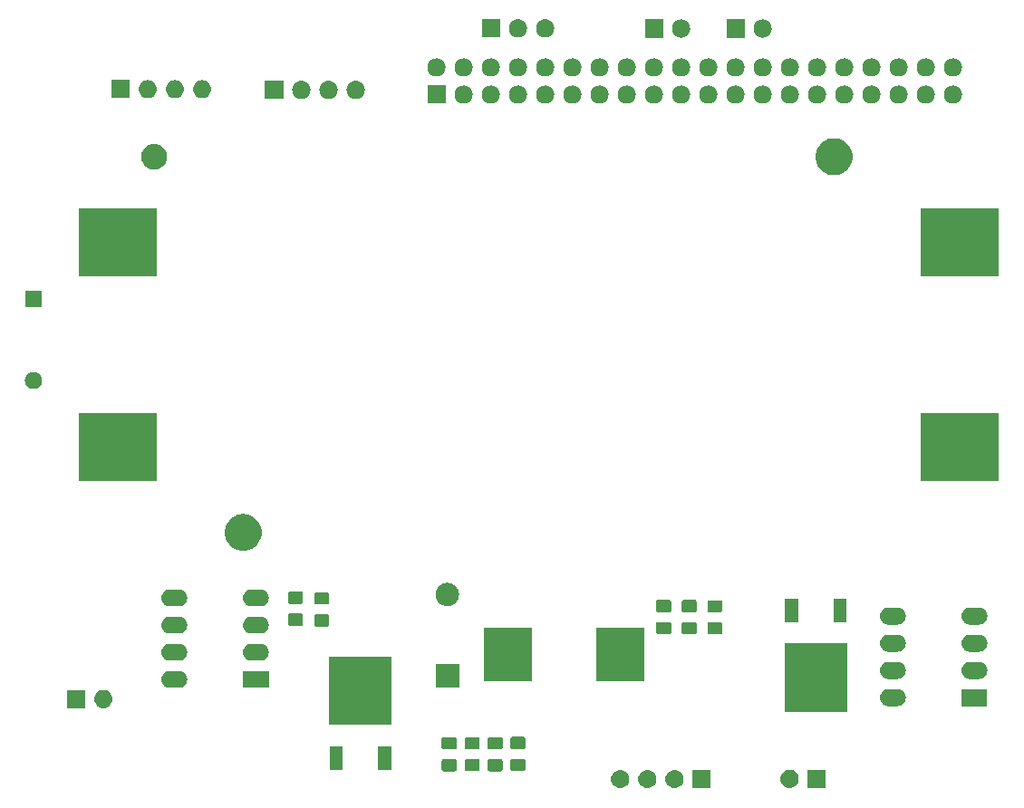
<source format=gbr>
G04 #@! TF.GenerationSoftware,KiCad,Pcbnew,5.0.2-bee76a0~70~ubuntu18.04.1*
G04 #@! TF.CreationDate,2019-08-23T13:18:47-04:00*
G04 #@! TF.ProjectId,board,626f6172-642e-46b6-9963-61645f706362,rev?*
G04 #@! TF.SameCoordinates,Original*
G04 #@! TF.FileFunction,Soldermask,Top*
G04 #@! TF.FilePolarity,Negative*
%FSLAX46Y46*%
G04 Gerber Fmt 4.6, Leading zero omitted, Abs format (unit mm)*
G04 Created by KiCad (PCBNEW 5.0.2-bee76a0~70~ubuntu18.04.1) date Fri 23 Aug 2019 01:18:47 PM EDT*
%MOMM*%
%LPD*%
G01*
G04 APERTURE LIST*
%ADD10C,0.100000*%
G04 APERTURE END LIST*
D10*
G36*
X133692000Y-141286600D02*
X131992000Y-141286600D01*
X131992000Y-139586600D01*
X133692000Y-139586600D01*
X133692000Y-141286600D01*
X133692000Y-141286600D01*
G37*
G36*
X130468630Y-139598899D02*
X130628855Y-139647503D01*
X130776520Y-139726431D01*
X130905949Y-139832651D01*
X131012169Y-139962080D01*
X131091097Y-140109745D01*
X131139701Y-140269970D01*
X131156112Y-140436600D01*
X131139701Y-140603230D01*
X131091097Y-140763455D01*
X131012169Y-140911120D01*
X130905949Y-141040549D01*
X130776520Y-141146769D01*
X130628855Y-141225697D01*
X130468630Y-141274301D01*
X130343752Y-141286600D01*
X130260248Y-141286600D01*
X130135370Y-141274301D01*
X129975145Y-141225697D01*
X129827480Y-141146769D01*
X129698051Y-141040549D01*
X129591831Y-140911120D01*
X129512903Y-140763455D01*
X129464299Y-140603230D01*
X129447888Y-140436600D01*
X129464299Y-140269970D01*
X129512903Y-140109745D01*
X129591831Y-139962080D01*
X129698051Y-139832651D01*
X129827480Y-139726431D01*
X129975145Y-139647503D01*
X130135370Y-139598899D01*
X130260248Y-139586600D01*
X130343752Y-139586600D01*
X130468630Y-139598899D01*
X130468630Y-139598899D01*
G37*
G36*
X127928630Y-139598899D02*
X128088855Y-139647503D01*
X128236520Y-139726431D01*
X128365949Y-139832651D01*
X128472169Y-139962080D01*
X128551097Y-140109745D01*
X128599701Y-140269970D01*
X128616112Y-140436600D01*
X128599701Y-140603230D01*
X128551097Y-140763455D01*
X128472169Y-140911120D01*
X128365949Y-141040549D01*
X128236520Y-141146769D01*
X128088855Y-141225697D01*
X127928630Y-141274301D01*
X127803752Y-141286600D01*
X127720248Y-141286600D01*
X127595370Y-141274301D01*
X127435145Y-141225697D01*
X127287480Y-141146769D01*
X127158051Y-141040549D01*
X127051831Y-140911120D01*
X126972903Y-140763455D01*
X126924299Y-140603230D01*
X126907888Y-140436600D01*
X126924299Y-140269970D01*
X126972903Y-140109745D01*
X127051831Y-139962080D01*
X127158051Y-139832651D01*
X127287480Y-139726431D01*
X127435145Y-139647503D01*
X127595370Y-139598899D01*
X127720248Y-139586600D01*
X127803752Y-139586600D01*
X127928630Y-139598899D01*
X127928630Y-139598899D01*
G37*
G36*
X125388630Y-139598899D02*
X125548855Y-139647503D01*
X125696520Y-139726431D01*
X125825949Y-139832651D01*
X125932169Y-139962080D01*
X126011097Y-140109745D01*
X126059701Y-140269970D01*
X126076112Y-140436600D01*
X126059701Y-140603230D01*
X126011097Y-140763455D01*
X125932169Y-140911120D01*
X125825949Y-141040549D01*
X125696520Y-141146769D01*
X125548855Y-141225697D01*
X125388630Y-141274301D01*
X125263752Y-141286600D01*
X125180248Y-141286600D01*
X125055370Y-141274301D01*
X124895145Y-141225697D01*
X124747480Y-141146769D01*
X124618051Y-141040549D01*
X124511831Y-140911120D01*
X124432903Y-140763455D01*
X124384299Y-140603230D01*
X124367888Y-140436600D01*
X124384299Y-140269970D01*
X124432903Y-140109745D01*
X124511831Y-139962080D01*
X124618051Y-139832651D01*
X124747480Y-139726431D01*
X124895145Y-139647503D01*
X125055370Y-139598899D01*
X125180248Y-139586600D01*
X125263752Y-139586600D01*
X125388630Y-139598899D01*
X125388630Y-139598899D01*
G37*
G36*
X144436200Y-141261200D02*
X142736200Y-141261200D01*
X142736200Y-139561200D01*
X144436200Y-139561200D01*
X144436200Y-141261200D01*
X144436200Y-141261200D01*
G37*
G36*
X141212830Y-139573499D02*
X141373055Y-139622103D01*
X141520720Y-139701031D01*
X141650149Y-139807251D01*
X141756369Y-139936680D01*
X141835297Y-140084345D01*
X141883901Y-140244570D01*
X141900312Y-140411200D01*
X141883901Y-140577830D01*
X141835297Y-140738055D01*
X141756369Y-140885720D01*
X141650149Y-141015149D01*
X141520720Y-141121369D01*
X141373055Y-141200297D01*
X141212830Y-141248901D01*
X141087952Y-141261200D01*
X141004448Y-141261200D01*
X140879570Y-141248901D01*
X140719345Y-141200297D01*
X140571680Y-141121369D01*
X140442251Y-141015149D01*
X140336031Y-140885720D01*
X140257103Y-140738055D01*
X140208499Y-140577830D01*
X140192088Y-140411200D01*
X140208499Y-140244570D01*
X140257103Y-140084345D01*
X140336031Y-139936680D01*
X140442251Y-139807251D01*
X140571680Y-139701031D01*
X140719345Y-139622103D01*
X140879570Y-139573499D01*
X141004448Y-139561200D01*
X141087952Y-139561200D01*
X141212830Y-139573499D01*
X141212830Y-139573499D01*
G37*
G36*
X109800922Y-138562839D02*
X109834453Y-138573011D01*
X109865360Y-138589531D01*
X109892443Y-138611757D01*
X109914669Y-138638840D01*
X109931189Y-138669747D01*
X109941361Y-138703278D01*
X109945400Y-138744287D01*
X109945400Y-139523313D01*
X109941361Y-139564322D01*
X109931189Y-139597853D01*
X109914669Y-139628760D01*
X109892443Y-139655843D01*
X109865360Y-139678069D01*
X109834453Y-139694589D01*
X109800922Y-139704761D01*
X109759913Y-139708800D01*
X108730887Y-139708800D01*
X108689878Y-139704761D01*
X108656347Y-139694589D01*
X108625440Y-139678069D01*
X108598357Y-139655843D01*
X108576131Y-139628760D01*
X108559611Y-139597853D01*
X108549439Y-139564322D01*
X108545400Y-139523313D01*
X108545400Y-138744287D01*
X108549439Y-138703278D01*
X108559611Y-138669747D01*
X108576131Y-138638840D01*
X108598357Y-138611757D01*
X108625440Y-138589531D01*
X108656347Y-138573011D01*
X108689878Y-138562839D01*
X108730887Y-138558800D01*
X109759913Y-138558800D01*
X109800922Y-138562839D01*
X109800922Y-138562839D01*
G37*
G36*
X114093522Y-138562839D02*
X114127053Y-138573011D01*
X114157960Y-138589531D01*
X114185043Y-138611757D01*
X114207269Y-138638840D01*
X114223789Y-138669747D01*
X114233961Y-138703278D01*
X114238000Y-138744287D01*
X114238000Y-139523313D01*
X114233961Y-139564322D01*
X114223789Y-139597853D01*
X114207269Y-139628760D01*
X114185043Y-139655843D01*
X114157960Y-139678069D01*
X114127053Y-139694589D01*
X114093522Y-139704761D01*
X114052513Y-139708800D01*
X113023487Y-139708800D01*
X112982478Y-139704761D01*
X112948947Y-139694589D01*
X112918040Y-139678069D01*
X112890957Y-139655843D01*
X112868731Y-139628760D01*
X112852211Y-139597853D01*
X112842039Y-139564322D01*
X112838000Y-139523313D01*
X112838000Y-138744287D01*
X112842039Y-138703278D01*
X112852211Y-138669747D01*
X112868731Y-138638840D01*
X112890957Y-138611757D01*
X112918040Y-138589531D01*
X112948947Y-138573011D01*
X112982478Y-138562839D01*
X113023487Y-138558800D01*
X114052513Y-138558800D01*
X114093522Y-138562839D01*
X114093522Y-138562839D01*
G37*
G36*
X111959922Y-138553839D02*
X111993453Y-138564011D01*
X112024360Y-138580531D01*
X112051443Y-138602757D01*
X112073669Y-138629840D01*
X112090189Y-138660747D01*
X112100361Y-138694278D01*
X112104400Y-138735287D01*
X112104400Y-139514313D01*
X112100361Y-139555322D01*
X112090189Y-139588853D01*
X112073669Y-139619760D01*
X112051443Y-139646843D01*
X112024360Y-139669069D01*
X111993453Y-139685589D01*
X111959922Y-139695761D01*
X111918913Y-139699800D01*
X110889887Y-139699800D01*
X110848878Y-139695761D01*
X110815347Y-139685589D01*
X110784440Y-139669069D01*
X110757357Y-139646843D01*
X110735131Y-139619760D01*
X110718611Y-139588853D01*
X110708439Y-139555322D01*
X110704400Y-139514313D01*
X110704400Y-138735287D01*
X110708439Y-138694278D01*
X110718611Y-138660747D01*
X110735131Y-138629840D01*
X110757357Y-138602757D01*
X110784440Y-138580531D01*
X110815347Y-138564011D01*
X110848878Y-138553839D01*
X110889887Y-138549800D01*
X111918913Y-138549800D01*
X111959922Y-138553839D01*
X111959922Y-138553839D01*
G37*
G36*
X116227122Y-138537439D02*
X116260653Y-138547611D01*
X116291560Y-138564131D01*
X116318643Y-138586357D01*
X116340869Y-138613440D01*
X116357389Y-138644347D01*
X116367561Y-138677878D01*
X116371600Y-138718887D01*
X116371600Y-139497913D01*
X116367561Y-139538922D01*
X116357389Y-139572453D01*
X116340869Y-139603360D01*
X116318643Y-139630443D01*
X116291560Y-139652669D01*
X116260653Y-139669189D01*
X116227122Y-139679361D01*
X116186113Y-139683400D01*
X115157087Y-139683400D01*
X115116078Y-139679361D01*
X115082547Y-139669189D01*
X115051640Y-139652669D01*
X115024557Y-139630443D01*
X115002331Y-139603360D01*
X114985811Y-139572453D01*
X114975639Y-139538922D01*
X114971600Y-139497913D01*
X114971600Y-138718887D01*
X114975639Y-138677878D01*
X114985811Y-138644347D01*
X115002331Y-138613440D01*
X115024557Y-138586357D01*
X115051640Y-138564131D01*
X115082547Y-138547611D01*
X115116078Y-138537439D01*
X115157087Y-138533400D01*
X116186113Y-138533400D01*
X116227122Y-138537439D01*
X116227122Y-138537439D01*
G37*
G36*
X103819600Y-139564400D02*
X102619600Y-139564400D01*
X102619600Y-137364400D01*
X103819600Y-137364400D01*
X103819600Y-139564400D01*
X103819600Y-139564400D01*
G37*
G36*
X99259600Y-139564400D02*
X98059600Y-139564400D01*
X98059600Y-137364400D01*
X99259600Y-137364400D01*
X99259600Y-139564400D01*
X99259600Y-139564400D01*
G37*
G36*
X109800922Y-136512839D02*
X109834453Y-136523011D01*
X109865360Y-136539531D01*
X109892443Y-136561757D01*
X109914669Y-136588840D01*
X109931189Y-136619747D01*
X109941361Y-136653278D01*
X109945400Y-136694287D01*
X109945400Y-137473313D01*
X109941361Y-137514322D01*
X109931189Y-137547853D01*
X109914669Y-137578760D01*
X109892443Y-137605843D01*
X109865360Y-137628069D01*
X109834453Y-137644589D01*
X109800922Y-137654761D01*
X109759913Y-137658800D01*
X108730887Y-137658800D01*
X108689878Y-137654761D01*
X108656347Y-137644589D01*
X108625440Y-137628069D01*
X108598357Y-137605843D01*
X108576131Y-137578760D01*
X108559611Y-137547853D01*
X108549439Y-137514322D01*
X108545400Y-137473313D01*
X108545400Y-136694287D01*
X108549439Y-136653278D01*
X108559611Y-136619747D01*
X108576131Y-136588840D01*
X108598357Y-136561757D01*
X108625440Y-136539531D01*
X108656347Y-136523011D01*
X108689878Y-136512839D01*
X108730887Y-136508800D01*
X109759913Y-136508800D01*
X109800922Y-136512839D01*
X109800922Y-136512839D01*
G37*
G36*
X114093522Y-136512839D02*
X114127053Y-136523011D01*
X114157960Y-136539531D01*
X114185043Y-136561757D01*
X114207269Y-136588840D01*
X114223789Y-136619747D01*
X114233961Y-136653278D01*
X114238000Y-136694287D01*
X114238000Y-137473313D01*
X114233961Y-137514322D01*
X114223789Y-137547853D01*
X114207269Y-137578760D01*
X114185043Y-137605843D01*
X114157960Y-137628069D01*
X114127053Y-137644589D01*
X114093522Y-137654761D01*
X114052513Y-137658800D01*
X113023487Y-137658800D01*
X112982478Y-137654761D01*
X112948947Y-137644589D01*
X112918040Y-137628069D01*
X112890957Y-137605843D01*
X112868731Y-137578760D01*
X112852211Y-137547853D01*
X112842039Y-137514322D01*
X112838000Y-137473313D01*
X112838000Y-136694287D01*
X112842039Y-136653278D01*
X112852211Y-136619747D01*
X112868731Y-136588840D01*
X112890957Y-136561757D01*
X112918040Y-136539531D01*
X112948947Y-136523011D01*
X112982478Y-136512839D01*
X113023487Y-136508800D01*
X114052513Y-136508800D01*
X114093522Y-136512839D01*
X114093522Y-136512839D01*
G37*
G36*
X111959922Y-136503839D02*
X111993453Y-136514011D01*
X112024360Y-136530531D01*
X112051443Y-136552757D01*
X112073669Y-136579840D01*
X112090189Y-136610747D01*
X112100361Y-136644278D01*
X112104400Y-136685287D01*
X112104400Y-137464313D01*
X112100361Y-137505322D01*
X112090189Y-137538853D01*
X112073669Y-137569760D01*
X112051443Y-137596843D01*
X112024360Y-137619069D01*
X111993453Y-137635589D01*
X111959922Y-137645761D01*
X111918913Y-137649800D01*
X110889887Y-137649800D01*
X110848878Y-137645761D01*
X110815347Y-137635589D01*
X110784440Y-137619069D01*
X110757357Y-137596843D01*
X110735131Y-137569760D01*
X110718611Y-137538853D01*
X110708439Y-137505322D01*
X110704400Y-137464313D01*
X110704400Y-136685287D01*
X110708439Y-136644278D01*
X110718611Y-136610747D01*
X110735131Y-136579840D01*
X110757357Y-136552757D01*
X110784440Y-136530531D01*
X110815347Y-136514011D01*
X110848878Y-136503839D01*
X110889887Y-136499800D01*
X111918913Y-136499800D01*
X111959922Y-136503839D01*
X111959922Y-136503839D01*
G37*
G36*
X116227122Y-136487439D02*
X116260653Y-136497611D01*
X116291560Y-136514131D01*
X116318643Y-136536357D01*
X116340869Y-136563440D01*
X116357389Y-136594347D01*
X116367561Y-136627878D01*
X116371600Y-136668887D01*
X116371600Y-137447913D01*
X116367561Y-137488922D01*
X116357389Y-137522453D01*
X116340869Y-137553360D01*
X116318643Y-137580443D01*
X116291560Y-137602669D01*
X116260653Y-137619189D01*
X116227122Y-137629361D01*
X116186113Y-137633400D01*
X115157087Y-137633400D01*
X115116078Y-137629361D01*
X115082547Y-137619189D01*
X115051640Y-137602669D01*
X115024557Y-137580443D01*
X115002331Y-137553360D01*
X114985811Y-137522453D01*
X114975639Y-137488922D01*
X114971600Y-137447913D01*
X114971600Y-136668887D01*
X114975639Y-136627878D01*
X114985811Y-136594347D01*
X115002331Y-136563440D01*
X115024557Y-136536357D01*
X115051640Y-136514131D01*
X115082547Y-136497611D01*
X115116078Y-136487439D01*
X115157087Y-136483400D01*
X116186113Y-136483400D01*
X116227122Y-136487439D01*
X116227122Y-136487439D01*
G37*
G36*
X103839600Y-135364400D02*
X98039600Y-135364400D01*
X98039600Y-128964400D01*
X103839600Y-128964400D01*
X103839600Y-135364400D01*
X103839600Y-135364400D01*
G37*
G36*
X146410000Y-134154200D02*
X140610000Y-134154200D01*
X140610000Y-127754200D01*
X146410000Y-127754200D01*
X146410000Y-134154200D01*
X146410000Y-134154200D01*
G37*
G36*
X77103230Y-132105899D02*
X77263455Y-132154503D01*
X77411120Y-132233431D01*
X77540549Y-132339651D01*
X77646769Y-132469080D01*
X77725697Y-132616745D01*
X77774301Y-132776970D01*
X77790712Y-132943600D01*
X77774301Y-133110230D01*
X77725697Y-133270455D01*
X77646769Y-133418120D01*
X77540549Y-133547549D01*
X77411120Y-133653769D01*
X77263455Y-133732697D01*
X77103230Y-133781301D01*
X76978352Y-133793600D01*
X76894848Y-133793600D01*
X76769970Y-133781301D01*
X76609745Y-133732697D01*
X76462080Y-133653769D01*
X76332651Y-133547549D01*
X76226431Y-133418120D01*
X76147503Y-133270455D01*
X76098899Y-133110230D01*
X76082488Y-132943600D01*
X76098899Y-132776970D01*
X76147503Y-132616745D01*
X76226431Y-132469080D01*
X76332651Y-132339651D01*
X76462080Y-132233431D01*
X76609745Y-132154503D01*
X76769970Y-132105899D01*
X76894848Y-132093600D01*
X76978352Y-132093600D01*
X77103230Y-132105899D01*
X77103230Y-132105899D01*
G37*
G36*
X75246600Y-133793600D02*
X73546600Y-133793600D01*
X73546600Y-132093600D01*
X75246600Y-132093600D01*
X75246600Y-133793600D01*
X75246600Y-133793600D01*
G37*
G36*
X159518200Y-133616600D02*
X157118200Y-133616600D01*
X157118200Y-132016600D01*
X159518200Y-132016600D01*
X159518200Y-133616600D01*
X159518200Y-133616600D01*
G37*
G36*
X151215849Y-132024317D02*
X151255027Y-132028176D01*
X151330428Y-132051049D01*
X151405829Y-132073921D01*
X151544808Y-132148208D01*
X151666622Y-132248178D01*
X151766592Y-132369992D01*
X151840879Y-132508971D01*
X151840879Y-132508972D01*
X151873572Y-132616745D01*
X151886624Y-132659774D01*
X151902070Y-132816600D01*
X151886624Y-132973426D01*
X151840879Y-133124229D01*
X151766592Y-133263208D01*
X151666622Y-133385022D01*
X151544808Y-133484992D01*
X151405829Y-133559279D01*
X151330428Y-133582151D01*
X151255027Y-133605024D01*
X151215849Y-133608883D01*
X151137495Y-133616600D01*
X150258905Y-133616600D01*
X150180551Y-133608883D01*
X150141373Y-133605024D01*
X150065973Y-133582152D01*
X149990571Y-133559279D01*
X149851592Y-133484992D01*
X149729778Y-133385022D01*
X149629808Y-133263208D01*
X149555521Y-133124229D01*
X149509776Y-132973426D01*
X149494330Y-132816600D01*
X149509776Y-132659774D01*
X149522829Y-132616745D01*
X149555521Y-132508972D01*
X149555521Y-132508971D01*
X149629808Y-132369992D01*
X149729778Y-132248178D01*
X149851592Y-132148208D01*
X149990571Y-132073921D01*
X150065972Y-132051049D01*
X150141373Y-132028176D01*
X150180551Y-132024317D01*
X150258905Y-132016600D01*
X151137495Y-132016600D01*
X151215849Y-132024317D01*
X151215849Y-132024317D01*
G37*
G36*
X92386000Y-131914800D02*
X89986000Y-131914800D01*
X89986000Y-130314800D01*
X92386000Y-130314800D01*
X92386000Y-131914800D01*
X92386000Y-131914800D01*
G37*
G36*
X84083649Y-130322517D02*
X84122827Y-130326376D01*
X84198227Y-130349248D01*
X84273629Y-130372121D01*
X84412608Y-130446408D01*
X84534422Y-130546378D01*
X84634392Y-130668192D01*
X84708679Y-130807171D01*
X84708679Y-130807172D01*
X84754424Y-130957973D01*
X84766108Y-131076600D01*
X84769870Y-131114800D01*
X84754424Y-131271626D01*
X84708679Y-131422429D01*
X84634392Y-131561408D01*
X84534422Y-131683222D01*
X84412608Y-131783192D01*
X84273629Y-131857479D01*
X84198228Y-131880351D01*
X84122827Y-131903224D01*
X84083649Y-131907083D01*
X84005295Y-131914800D01*
X83126705Y-131914800D01*
X83048351Y-131907083D01*
X83009173Y-131903224D01*
X82933772Y-131880351D01*
X82858371Y-131857479D01*
X82719392Y-131783192D01*
X82597578Y-131683222D01*
X82497608Y-131561408D01*
X82423321Y-131422429D01*
X82377576Y-131271626D01*
X82362130Y-131114800D01*
X82365892Y-131076600D01*
X82377576Y-130957973D01*
X82423321Y-130807172D01*
X82423321Y-130807171D01*
X82497608Y-130668192D01*
X82597578Y-130546378D01*
X82719392Y-130446408D01*
X82858371Y-130372121D01*
X82933773Y-130349248D01*
X83009173Y-130326376D01*
X83048351Y-130322517D01*
X83126705Y-130314800D01*
X84005295Y-130314800D01*
X84083649Y-130322517D01*
X84083649Y-130322517D01*
G37*
G36*
X110167600Y-131910000D02*
X107967600Y-131910000D01*
X107967600Y-129710000D01*
X110167600Y-129710000D01*
X110167600Y-131910000D01*
X110167600Y-131910000D01*
G37*
G36*
X116989600Y-131303400D02*
X112489600Y-131303400D01*
X112489600Y-126303400D01*
X116989600Y-126303400D01*
X116989600Y-131303400D01*
X116989600Y-131303400D01*
G37*
G36*
X127489600Y-131303400D02*
X122989600Y-131303400D01*
X122989600Y-126303400D01*
X127489600Y-126303400D01*
X127489600Y-131303400D01*
X127489600Y-131303400D01*
G37*
G36*
X158835849Y-129484317D02*
X158875027Y-129488176D01*
X158950428Y-129511049D01*
X159025829Y-129533921D01*
X159164808Y-129608208D01*
X159286622Y-129708178D01*
X159386592Y-129829992D01*
X159460879Y-129968971D01*
X159460879Y-129968972D01*
X159506624Y-130119773D01*
X159522070Y-130276600D01*
X159506624Y-130433427D01*
X159502686Y-130446408D01*
X159460879Y-130584229D01*
X159386592Y-130723208D01*
X159286622Y-130845022D01*
X159164808Y-130944992D01*
X159025829Y-131019279D01*
X158950427Y-131042152D01*
X158875027Y-131065024D01*
X158835849Y-131068883D01*
X158757495Y-131076600D01*
X157878905Y-131076600D01*
X157800551Y-131068883D01*
X157761373Y-131065024D01*
X157685973Y-131042152D01*
X157610571Y-131019279D01*
X157471592Y-130944992D01*
X157349778Y-130845022D01*
X157249808Y-130723208D01*
X157175521Y-130584229D01*
X157133714Y-130446408D01*
X157129776Y-130433427D01*
X157114330Y-130276600D01*
X157129776Y-130119773D01*
X157175521Y-129968972D01*
X157175521Y-129968971D01*
X157249808Y-129829992D01*
X157349778Y-129708178D01*
X157471592Y-129608208D01*
X157610571Y-129533921D01*
X157685972Y-129511049D01*
X157761373Y-129488176D01*
X157800551Y-129484317D01*
X157878905Y-129476600D01*
X158757495Y-129476600D01*
X158835849Y-129484317D01*
X158835849Y-129484317D01*
G37*
G36*
X151215849Y-129484317D02*
X151255027Y-129488176D01*
X151330428Y-129511049D01*
X151405829Y-129533921D01*
X151544808Y-129608208D01*
X151666622Y-129708178D01*
X151766592Y-129829992D01*
X151840879Y-129968971D01*
X151840879Y-129968972D01*
X151886624Y-130119773D01*
X151902070Y-130276600D01*
X151886624Y-130433427D01*
X151882686Y-130446408D01*
X151840879Y-130584229D01*
X151766592Y-130723208D01*
X151666622Y-130845022D01*
X151544808Y-130944992D01*
X151405829Y-131019279D01*
X151330427Y-131042152D01*
X151255027Y-131065024D01*
X151215849Y-131068883D01*
X151137495Y-131076600D01*
X150258905Y-131076600D01*
X150180551Y-131068883D01*
X150141373Y-131065024D01*
X150065973Y-131042152D01*
X149990571Y-131019279D01*
X149851592Y-130944992D01*
X149729778Y-130845022D01*
X149629808Y-130723208D01*
X149555521Y-130584229D01*
X149513714Y-130446408D01*
X149509776Y-130433427D01*
X149494330Y-130276600D01*
X149509776Y-130119773D01*
X149555521Y-129968972D01*
X149555521Y-129968971D01*
X149629808Y-129829992D01*
X149729778Y-129708178D01*
X149851592Y-129608208D01*
X149990571Y-129533921D01*
X150065972Y-129511049D01*
X150141373Y-129488176D01*
X150180551Y-129484317D01*
X150258905Y-129476600D01*
X151137495Y-129476600D01*
X151215849Y-129484317D01*
X151215849Y-129484317D01*
G37*
G36*
X84083649Y-127782517D02*
X84122827Y-127786376D01*
X84198228Y-127809249D01*
X84273629Y-127832121D01*
X84412608Y-127906408D01*
X84534422Y-128006378D01*
X84634392Y-128128192D01*
X84708679Y-128267171D01*
X84708679Y-128267172D01*
X84754424Y-128417973D01*
X84766108Y-128536600D01*
X84769870Y-128574800D01*
X84754424Y-128731626D01*
X84708679Y-128882429D01*
X84634392Y-129021408D01*
X84534422Y-129143222D01*
X84412608Y-129243192D01*
X84273629Y-129317479D01*
X84198227Y-129340352D01*
X84122827Y-129363224D01*
X84083649Y-129367083D01*
X84005295Y-129374800D01*
X83126705Y-129374800D01*
X83048351Y-129367083D01*
X83009173Y-129363224D01*
X82933773Y-129340352D01*
X82858371Y-129317479D01*
X82719392Y-129243192D01*
X82597578Y-129143222D01*
X82497608Y-129021408D01*
X82423321Y-128882429D01*
X82377576Y-128731626D01*
X82362130Y-128574800D01*
X82365892Y-128536600D01*
X82377576Y-128417973D01*
X82423321Y-128267172D01*
X82423321Y-128267171D01*
X82497608Y-128128192D01*
X82597578Y-128006378D01*
X82719392Y-127906408D01*
X82858371Y-127832121D01*
X82933772Y-127809249D01*
X83009173Y-127786376D01*
X83048351Y-127782517D01*
X83126705Y-127774800D01*
X84005295Y-127774800D01*
X84083649Y-127782517D01*
X84083649Y-127782517D01*
G37*
G36*
X91703649Y-127782517D02*
X91742827Y-127786376D01*
X91818228Y-127809249D01*
X91893629Y-127832121D01*
X92032608Y-127906408D01*
X92154422Y-128006378D01*
X92254392Y-128128192D01*
X92328679Y-128267171D01*
X92328679Y-128267172D01*
X92374424Y-128417973D01*
X92386108Y-128536600D01*
X92389870Y-128574800D01*
X92374424Y-128731626D01*
X92328679Y-128882429D01*
X92254392Y-129021408D01*
X92154422Y-129143222D01*
X92032608Y-129243192D01*
X91893629Y-129317479D01*
X91818227Y-129340352D01*
X91742827Y-129363224D01*
X91703649Y-129367083D01*
X91625295Y-129374800D01*
X90746705Y-129374800D01*
X90668351Y-129367083D01*
X90629173Y-129363224D01*
X90553773Y-129340352D01*
X90478371Y-129317479D01*
X90339392Y-129243192D01*
X90217578Y-129143222D01*
X90117608Y-129021408D01*
X90043321Y-128882429D01*
X89997576Y-128731626D01*
X89982130Y-128574800D01*
X89985892Y-128536600D01*
X89997576Y-128417973D01*
X90043321Y-128267172D01*
X90043321Y-128267171D01*
X90117608Y-128128192D01*
X90217578Y-128006378D01*
X90339392Y-127906408D01*
X90478371Y-127832121D01*
X90553772Y-127809249D01*
X90629173Y-127786376D01*
X90668351Y-127782517D01*
X90746705Y-127774800D01*
X91625295Y-127774800D01*
X91703649Y-127782517D01*
X91703649Y-127782517D01*
G37*
G36*
X151215849Y-126944317D02*
X151255027Y-126948176D01*
X151330427Y-126971048D01*
X151405829Y-126993921D01*
X151544808Y-127068208D01*
X151666622Y-127168178D01*
X151766592Y-127289992D01*
X151840879Y-127428971D01*
X151840879Y-127428972D01*
X151886624Y-127579773D01*
X151902070Y-127736600D01*
X151886624Y-127893427D01*
X151882686Y-127906408D01*
X151840879Y-128044229D01*
X151766592Y-128183208D01*
X151666622Y-128305022D01*
X151544808Y-128404992D01*
X151405829Y-128479279D01*
X151330428Y-128502151D01*
X151255027Y-128525024D01*
X151215849Y-128528883D01*
X151137495Y-128536600D01*
X150258905Y-128536600D01*
X150180551Y-128528883D01*
X150141373Y-128525024D01*
X150065972Y-128502151D01*
X149990571Y-128479279D01*
X149851592Y-128404992D01*
X149729778Y-128305022D01*
X149629808Y-128183208D01*
X149555521Y-128044229D01*
X149513714Y-127906408D01*
X149509776Y-127893427D01*
X149494330Y-127736600D01*
X149509776Y-127579773D01*
X149555521Y-127428972D01*
X149555521Y-127428971D01*
X149629808Y-127289992D01*
X149729778Y-127168178D01*
X149851592Y-127068208D01*
X149990571Y-126993921D01*
X150065972Y-126971049D01*
X150141373Y-126948176D01*
X150180551Y-126944317D01*
X150258905Y-126936600D01*
X151137495Y-126936600D01*
X151215849Y-126944317D01*
X151215849Y-126944317D01*
G37*
G36*
X158835849Y-126944317D02*
X158875027Y-126948176D01*
X158950427Y-126971048D01*
X159025829Y-126993921D01*
X159164808Y-127068208D01*
X159286622Y-127168178D01*
X159386592Y-127289992D01*
X159460879Y-127428971D01*
X159460879Y-127428972D01*
X159506624Y-127579773D01*
X159522070Y-127736600D01*
X159506624Y-127893427D01*
X159502686Y-127906408D01*
X159460879Y-128044229D01*
X159386592Y-128183208D01*
X159286622Y-128305022D01*
X159164808Y-128404992D01*
X159025829Y-128479279D01*
X158950428Y-128502151D01*
X158875027Y-128525024D01*
X158835849Y-128528883D01*
X158757495Y-128536600D01*
X157878905Y-128536600D01*
X157800551Y-128528883D01*
X157761373Y-128525024D01*
X157685972Y-128502151D01*
X157610571Y-128479279D01*
X157471592Y-128404992D01*
X157349778Y-128305022D01*
X157249808Y-128183208D01*
X157175521Y-128044229D01*
X157133714Y-127906408D01*
X157129776Y-127893427D01*
X157114330Y-127736600D01*
X157129776Y-127579773D01*
X157175521Y-127428972D01*
X157175521Y-127428971D01*
X157249808Y-127289992D01*
X157349778Y-127168178D01*
X157471592Y-127068208D01*
X157610571Y-126993921D01*
X157685972Y-126971049D01*
X157761373Y-126948176D01*
X157800551Y-126944317D01*
X157878905Y-126936600D01*
X158757495Y-126936600D01*
X158835849Y-126944317D01*
X158835849Y-126944317D01*
G37*
G36*
X134616722Y-125761239D02*
X134650253Y-125771411D01*
X134681160Y-125787931D01*
X134708243Y-125810157D01*
X134730469Y-125837240D01*
X134746989Y-125868147D01*
X134757161Y-125901678D01*
X134761200Y-125942687D01*
X134761200Y-126721713D01*
X134757161Y-126762722D01*
X134746989Y-126796253D01*
X134730469Y-126827160D01*
X134708243Y-126854243D01*
X134681160Y-126876469D01*
X134650253Y-126892989D01*
X134616722Y-126903161D01*
X134575713Y-126907200D01*
X133546687Y-126907200D01*
X133505678Y-126903161D01*
X133472147Y-126892989D01*
X133441240Y-126876469D01*
X133414157Y-126854243D01*
X133391931Y-126827160D01*
X133375411Y-126796253D01*
X133365239Y-126762722D01*
X133361200Y-126721713D01*
X133361200Y-125942687D01*
X133365239Y-125901678D01*
X133375411Y-125868147D01*
X133391931Y-125837240D01*
X133414157Y-125810157D01*
X133441240Y-125787931D01*
X133472147Y-125771411D01*
X133505678Y-125761239D01*
X133546687Y-125757200D01*
X134575713Y-125757200D01*
X134616722Y-125761239D01*
X134616722Y-125761239D01*
G37*
G36*
X132229122Y-125743239D02*
X132262653Y-125753411D01*
X132293560Y-125769931D01*
X132320643Y-125792157D01*
X132342869Y-125819240D01*
X132359389Y-125850147D01*
X132369561Y-125883678D01*
X132373600Y-125924687D01*
X132373600Y-126703713D01*
X132369561Y-126744722D01*
X132359389Y-126778253D01*
X132342869Y-126809160D01*
X132320643Y-126836243D01*
X132293560Y-126858469D01*
X132262653Y-126874989D01*
X132229122Y-126885161D01*
X132188113Y-126889200D01*
X131159087Y-126889200D01*
X131118078Y-126885161D01*
X131084547Y-126874989D01*
X131053640Y-126858469D01*
X131026557Y-126836243D01*
X131004331Y-126809160D01*
X130987811Y-126778253D01*
X130977639Y-126744722D01*
X130973600Y-126703713D01*
X130973600Y-125924687D01*
X130977639Y-125883678D01*
X130987811Y-125850147D01*
X131004331Y-125819240D01*
X131026557Y-125792157D01*
X131053640Y-125769931D01*
X131084547Y-125753411D01*
X131118078Y-125743239D01*
X131159087Y-125739200D01*
X132188113Y-125739200D01*
X132229122Y-125743239D01*
X132229122Y-125743239D01*
G37*
G36*
X129841522Y-125743239D02*
X129875053Y-125753411D01*
X129905960Y-125769931D01*
X129933043Y-125792157D01*
X129955269Y-125819240D01*
X129971789Y-125850147D01*
X129981961Y-125883678D01*
X129986000Y-125924687D01*
X129986000Y-126703713D01*
X129981961Y-126744722D01*
X129971789Y-126778253D01*
X129955269Y-126809160D01*
X129933043Y-126836243D01*
X129905960Y-126858469D01*
X129875053Y-126874989D01*
X129841522Y-126885161D01*
X129800513Y-126889200D01*
X128771487Y-126889200D01*
X128730478Y-126885161D01*
X128696947Y-126874989D01*
X128666040Y-126858469D01*
X128638957Y-126836243D01*
X128616731Y-126809160D01*
X128600211Y-126778253D01*
X128590039Y-126744722D01*
X128586000Y-126703713D01*
X128586000Y-125924687D01*
X128590039Y-125883678D01*
X128600211Y-125850147D01*
X128616731Y-125819240D01*
X128638957Y-125792157D01*
X128666040Y-125769931D01*
X128696947Y-125753411D01*
X128730478Y-125743239D01*
X128771487Y-125739200D01*
X129800513Y-125739200D01*
X129841522Y-125743239D01*
X129841522Y-125743239D01*
G37*
G36*
X84083649Y-125242517D02*
X84122827Y-125246376D01*
X84198228Y-125269249D01*
X84273629Y-125292121D01*
X84412608Y-125366408D01*
X84534422Y-125466378D01*
X84634392Y-125588192D01*
X84708679Y-125727171D01*
X84719013Y-125761239D01*
X84754424Y-125877973D01*
X84765379Y-125989199D01*
X84769870Y-126034800D01*
X84754424Y-126191626D01*
X84708679Y-126342429D01*
X84634392Y-126481408D01*
X84534422Y-126603222D01*
X84412608Y-126703192D01*
X84273629Y-126777479D01*
X84198227Y-126800352D01*
X84122827Y-126823224D01*
X84083649Y-126827083D01*
X84005295Y-126834800D01*
X83126705Y-126834800D01*
X83048351Y-126827083D01*
X83009173Y-126823224D01*
X82933773Y-126800352D01*
X82858371Y-126777479D01*
X82719392Y-126703192D01*
X82597578Y-126603222D01*
X82497608Y-126481408D01*
X82423321Y-126342429D01*
X82377576Y-126191626D01*
X82362130Y-126034800D01*
X82366621Y-125989199D01*
X82377576Y-125877973D01*
X82412987Y-125761239D01*
X82423321Y-125727171D01*
X82497608Y-125588192D01*
X82597578Y-125466378D01*
X82719392Y-125366408D01*
X82858371Y-125292121D01*
X82933772Y-125269249D01*
X83009173Y-125246376D01*
X83048351Y-125242517D01*
X83126705Y-125234800D01*
X84005295Y-125234800D01*
X84083649Y-125242517D01*
X84083649Y-125242517D01*
G37*
G36*
X91703649Y-125242517D02*
X91742827Y-125246376D01*
X91818228Y-125269249D01*
X91893629Y-125292121D01*
X92032608Y-125366408D01*
X92154422Y-125466378D01*
X92254392Y-125588192D01*
X92328679Y-125727171D01*
X92339013Y-125761239D01*
X92374424Y-125877973D01*
X92385379Y-125989199D01*
X92389870Y-126034800D01*
X92374424Y-126191626D01*
X92328679Y-126342429D01*
X92254392Y-126481408D01*
X92154422Y-126603222D01*
X92032608Y-126703192D01*
X91893629Y-126777479D01*
X91818227Y-126800352D01*
X91742827Y-126823224D01*
X91703649Y-126827083D01*
X91625295Y-126834800D01*
X90746705Y-126834800D01*
X90668351Y-126827083D01*
X90629173Y-126823224D01*
X90553773Y-126800352D01*
X90478371Y-126777479D01*
X90339392Y-126703192D01*
X90217578Y-126603222D01*
X90117608Y-126481408D01*
X90043321Y-126342429D01*
X89997576Y-126191626D01*
X89982130Y-126034800D01*
X89986621Y-125989199D01*
X89997576Y-125877973D01*
X90032987Y-125761239D01*
X90043321Y-125727171D01*
X90117608Y-125588192D01*
X90217578Y-125466378D01*
X90339392Y-125366408D01*
X90478371Y-125292121D01*
X90553772Y-125269249D01*
X90629173Y-125246376D01*
X90668351Y-125242517D01*
X90746705Y-125234800D01*
X91625295Y-125234800D01*
X91703649Y-125242517D01*
X91703649Y-125242517D01*
G37*
G36*
X97888322Y-125032039D02*
X97921853Y-125042211D01*
X97952760Y-125058731D01*
X97979843Y-125080957D01*
X98002069Y-125108040D01*
X98018589Y-125138947D01*
X98028761Y-125172478D01*
X98032800Y-125213487D01*
X98032800Y-125992513D01*
X98028761Y-126033522D01*
X98018589Y-126067053D01*
X98002069Y-126097960D01*
X97979843Y-126125043D01*
X97952760Y-126147269D01*
X97921853Y-126163789D01*
X97888322Y-126173961D01*
X97847313Y-126178000D01*
X96818287Y-126178000D01*
X96777278Y-126173961D01*
X96743747Y-126163789D01*
X96712840Y-126147269D01*
X96685757Y-126125043D01*
X96663531Y-126097960D01*
X96647011Y-126067053D01*
X96636839Y-126033522D01*
X96632800Y-125992513D01*
X96632800Y-125213487D01*
X96636839Y-125172478D01*
X96647011Y-125138947D01*
X96663531Y-125108040D01*
X96685757Y-125080957D01*
X96712840Y-125058731D01*
X96743747Y-125042211D01*
X96777278Y-125032039D01*
X96818287Y-125028000D01*
X97847313Y-125028000D01*
X97888322Y-125032039D01*
X97888322Y-125032039D01*
G37*
G36*
X95449922Y-124955839D02*
X95483453Y-124966011D01*
X95514360Y-124982531D01*
X95541443Y-125004757D01*
X95563669Y-125031840D01*
X95580189Y-125062747D01*
X95590361Y-125096278D01*
X95594400Y-125137287D01*
X95594400Y-125916313D01*
X95590361Y-125957322D01*
X95580189Y-125990853D01*
X95563669Y-126021760D01*
X95541443Y-126048843D01*
X95514360Y-126071069D01*
X95483453Y-126087589D01*
X95449922Y-126097761D01*
X95408913Y-126101800D01*
X94379887Y-126101800D01*
X94338878Y-126097761D01*
X94305347Y-126087589D01*
X94274440Y-126071069D01*
X94247357Y-126048843D01*
X94225131Y-126021760D01*
X94208611Y-125990853D01*
X94198439Y-125957322D01*
X94194400Y-125916313D01*
X94194400Y-125137287D01*
X94198439Y-125096278D01*
X94208611Y-125062747D01*
X94225131Y-125031840D01*
X94247357Y-125004757D01*
X94274440Y-124982531D01*
X94305347Y-124966011D01*
X94338878Y-124955839D01*
X94379887Y-124951800D01*
X95408913Y-124951800D01*
X95449922Y-124955839D01*
X95449922Y-124955839D01*
G37*
G36*
X158835849Y-124404317D02*
X158875027Y-124408176D01*
X158950428Y-124431049D01*
X159025829Y-124453921D01*
X159164808Y-124528208D01*
X159286622Y-124628178D01*
X159386592Y-124749992D01*
X159460879Y-124888971D01*
X159460879Y-124888972D01*
X159506624Y-125039773D01*
X159522070Y-125196600D01*
X159506624Y-125353427D01*
X159502686Y-125366408D01*
X159460879Y-125504229D01*
X159386592Y-125643208D01*
X159286622Y-125765022D01*
X159164808Y-125864992D01*
X159025829Y-125939279D01*
X158998823Y-125947471D01*
X158875027Y-125985024D01*
X158835849Y-125988883D01*
X158757495Y-125996600D01*
X157878905Y-125996600D01*
X157800551Y-125988883D01*
X157761373Y-125985024D01*
X157637577Y-125947471D01*
X157610571Y-125939279D01*
X157471592Y-125864992D01*
X157349778Y-125765022D01*
X157249808Y-125643208D01*
X157175521Y-125504229D01*
X157133714Y-125366408D01*
X157129776Y-125353427D01*
X157114330Y-125196600D01*
X157129776Y-125039773D01*
X157175521Y-124888972D01*
X157175521Y-124888971D01*
X157249808Y-124749992D01*
X157349778Y-124628178D01*
X157471592Y-124528208D01*
X157610571Y-124453921D01*
X157685972Y-124431049D01*
X157761373Y-124408176D01*
X157800551Y-124404317D01*
X157878905Y-124396600D01*
X158757495Y-124396600D01*
X158835849Y-124404317D01*
X158835849Y-124404317D01*
G37*
G36*
X151215849Y-124404317D02*
X151255027Y-124408176D01*
X151330428Y-124431049D01*
X151405829Y-124453921D01*
X151544808Y-124528208D01*
X151666622Y-124628178D01*
X151766592Y-124749992D01*
X151840879Y-124888971D01*
X151840879Y-124888972D01*
X151886624Y-125039773D01*
X151902070Y-125196600D01*
X151886624Y-125353427D01*
X151882686Y-125366408D01*
X151840879Y-125504229D01*
X151766592Y-125643208D01*
X151666622Y-125765022D01*
X151544808Y-125864992D01*
X151405829Y-125939279D01*
X151378823Y-125947471D01*
X151255027Y-125985024D01*
X151215849Y-125988883D01*
X151137495Y-125996600D01*
X150258905Y-125996600D01*
X150180551Y-125988883D01*
X150141373Y-125985024D01*
X150017577Y-125947471D01*
X149990571Y-125939279D01*
X149851592Y-125864992D01*
X149729778Y-125765022D01*
X149629808Y-125643208D01*
X149555521Y-125504229D01*
X149513714Y-125366408D01*
X149509776Y-125353427D01*
X149494330Y-125196600D01*
X149509776Y-125039773D01*
X149555521Y-124888972D01*
X149555521Y-124888971D01*
X149629808Y-124749992D01*
X149729778Y-124628178D01*
X149851592Y-124528208D01*
X149990571Y-124453921D01*
X150065972Y-124431049D01*
X150141373Y-124408176D01*
X150180551Y-124404317D01*
X150258905Y-124396600D01*
X151137495Y-124396600D01*
X151215849Y-124404317D01*
X151215849Y-124404317D01*
G37*
G36*
X141830000Y-125754200D02*
X140630000Y-125754200D01*
X140630000Y-123554200D01*
X141830000Y-123554200D01*
X141830000Y-125754200D01*
X141830000Y-125754200D01*
G37*
G36*
X146390000Y-125754200D02*
X145190000Y-125754200D01*
X145190000Y-123554200D01*
X146390000Y-123554200D01*
X146390000Y-125754200D01*
X146390000Y-125754200D01*
G37*
G36*
X134616722Y-123711239D02*
X134650253Y-123721411D01*
X134681160Y-123737931D01*
X134708243Y-123760157D01*
X134730469Y-123787240D01*
X134746989Y-123818147D01*
X134757161Y-123851678D01*
X134761200Y-123892687D01*
X134761200Y-124671713D01*
X134757161Y-124712722D01*
X134746989Y-124746253D01*
X134730469Y-124777160D01*
X134708243Y-124804243D01*
X134681160Y-124826469D01*
X134650253Y-124842989D01*
X134616722Y-124853161D01*
X134575713Y-124857200D01*
X133546687Y-124857200D01*
X133505678Y-124853161D01*
X133472147Y-124842989D01*
X133441240Y-124826469D01*
X133414157Y-124804243D01*
X133391931Y-124777160D01*
X133375411Y-124746253D01*
X133365239Y-124712722D01*
X133361200Y-124671713D01*
X133361200Y-123892687D01*
X133365239Y-123851678D01*
X133375411Y-123818147D01*
X133391931Y-123787240D01*
X133414157Y-123760157D01*
X133441240Y-123737931D01*
X133472147Y-123721411D01*
X133505678Y-123711239D01*
X133546687Y-123707200D01*
X134575713Y-123707200D01*
X134616722Y-123711239D01*
X134616722Y-123711239D01*
G37*
G36*
X132229122Y-123693239D02*
X132262653Y-123703411D01*
X132293560Y-123719931D01*
X132320643Y-123742157D01*
X132342869Y-123769240D01*
X132359389Y-123800147D01*
X132369561Y-123833678D01*
X132373600Y-123874687D01*
X132373600Y-124653713D01*
X132369561Y-124694722D01*
X132359389Y-124728253D01*
X132342869Y-124759160D01*
X132320643Y-124786243D01*
X132293560Y-124808469D01*
X132262653Y-124824989D01*
X132229122Y-124835161D01*
X132188113Y-124839200D01*
X131159087Y-124839200D01*
X131118078Y-124835161D01*
X131084547Y-124824989D01*
X131053640Y-124808469D01*
X131026557Y-124786243D01*
X131004331Y-124759160D01*
X130987811Y-124728253D01*
X130977639Y-124694722D01*
X130973600Y-124653713D01*
X130973600Y-123874687D01*
X130977639Y-123833678D01*
X130987811Y-123800147D01*
X131004331Y-123769240D01*
X131026557Y-123742157D01*
X131053640Y-123719931D01*
X131084547Y-123703411D01*
X131118078Y-123693239D01*
X131159087Y-123689200D01*
X132188113Y-123689200D01*
X132229122Y-123693239D01*
X132229122Y-123693239D01*
G37*
G36*
X129841522Y-123693239D02*
X129875053Y-123703411D01*
X129905960Y-123719931D01*
X129933043Y-123742157D01*
X129955269Y-123769240D01*
X129971789Y-123800147D01*
X129981961Y-123833678D01*
X129986000Y-123874687D01*
X129986000Y-124653713D01*
X129981961Y-124694722D01*
X129971789Y-124728253D01*
X129955269Y-124759160D01*
X129933043Y-124786243D01*
X129905960Y-124808469D01*
X129875053Y-124824989D01*
X129841522Y-124835161D01*
X129800513Y-124839200D01*
X128771487Y-124839200D01*
X128730478Y-124835161D01*
X128696947Y-124824989D01*
X128666040Y-124808469D01*
X128638957Y-124786243D01*
X128616731Y-124759160D01*
X128600211Y-124728253D01*
X128590039Y-124694722D01*
X128586000Y-124653713D01*
X128586000Y-123874687D01*
X128590039Y-123833678D01*
X128600211Y-123800147D01*
X128616731Y-123769240D01*
X128638957Y-123742157D01*
X128666040Y-123719931D01*
X128696947Y-123703411D01*
X128730478Y-123693239D01*
X128771487Y-123689200D01*
X129800513Y-123689200D01*
X129841522Y-123693239D01*
X129841522Y-123693239D01*
G37*
G36*
X91703649Y-122702517D02*
X91742827Y-122706376D01*
X91818227Y-122729248D01*
X91893629Y-122752121D01*
X92032608Y-122826408D01*
X92154422Y-122926378D01*
X92254392Y-123048192D01*
X92328679Y-123187171D01*
X92374424Y-123337974D01*
X92389870Y-123494800D01*
X92374424Y-123651626D01*
X92328679Y-123802429D01*
X92254392Y-123941408D01*
X92154422Y-124063222D01*
X92032608Y-124163192D01*
X91893629Y-124237479D01*
X91818228Y-124260351D01*
X91742827Y-124283224D01*
X91703649Y-124287083D01*
X91625295Y-124294800D01*
X90746705Y-124294800D01*
X90668351Y-124287083D01*
X90629173Y-124283224D01*
X90553772Y-124260351D01*
X90478371Y-124237479D01*
X90339392Y-124163192D01*
X90217578Y-124063222D01*
X90117608Y-123941408D01*
X90043321Y-123802429D01*
X89997576Y-123651626D01*
X89982130Y-123494800D01*
X89997576Y-123337974D01*
X90043321Y-123187171D01*
X90117608Y-123048192D01*
X90217578Y-122926378D01*
X90339392Y-122826408D01*
X90478371Y-122752121D01*
X90553773Y-122729248D01*
X90629173Y-122706376D01*
X90668351Y-122702517D01*
X90746705Y-122694800D01*
X91625295Y-122694800D01*
X91703649Y-122702517D01*
X91703649Y-122702517D01*
G37*
G36*
X84083649Y-122702517D02*
X84122827Y-122706376D01*
X84198227Y-122729248D01*
X84273629Y-122752121D01*
X84412608Y-122826408D01*
X84534422Y-122926378D01*
X84634392Y-123048192D01*
X84708679Y-123187171D01*
X84754424Y-123337974D01*
X84769870Y-123494800D01*
X84754424Y-123651626D01*
X84708679Y-123802429D01*
X84634392Y-123941408D01*
X84534422Y-124063222D01*
X84412608Y-124163192D01*
X84273629Y-124237479D01*
X84198228Y-124260351D01*
X84122827Y-124283224D01*
X84083649Y-124287083D01*
X84005295Y-124294800D01*
X83126705Y-124294800D01*
X83048351Y-124287083D01*
X83009173Y-124283224D01*
X82933772Y-124260351D01*
X82858371Y-124237479D01*
X82719392Y-124163192D01*
X82597578Y-124063222D01*
X82497608Y-123941408D01*
X82423321Y-123802429D01*
X82377576Y-123651626D01*
X82362130Y-123494800D01*
X82377576Y-123337974D01*
X82423321Y-123187171D01*
X82497608Y-123048192D01*
X82597578Y-122926378D01*
X82719392Y-122826408D01*
X82858371Y-122752121D01*
X82933773Y-122729248D01*
X83009173Y-122706376D01*
X83048351Y-122702517D01*
X83126705Y-122694800D01*
X84005295Y-122694800D01*
X84083649Y-122702517D01*
X84083649Y-122702517D01*
G37*
G36*
X109283239Y-122105916D02*
X109490586Y-122168815D01*
X109490588Y-122168816D01*
X109681684Y-122270958D01*
X109849181Y-122408419D01*
X109986642Y-122575916D01*
X110080825Y-122752121D01*
X110088785Y-122767014D01*
X110151684Y-122974361D01*
X110172922Y-123190000D01*
X110151684Y-123405639D01*
X110106618Y-123554200D01*
X110088784Y-123612988D01*
X109986642Y-123804084D01*
X109849181Y-123971581D01*
X109681684Y-124109042D01*
X109490588Y-124211184D01*
X109490586Y-124211185D01*
X109283239Y-124274084D01*
X109121638Y-124290000D01*
X109013562Y-124290000D01*
X108851961Y-124274084D01*
X108644614Y-124211185D01*
X108644612Y-124211184D01*
X108453516Y-124109042D01*
X108286019Y-123971581D01*
X108148558Y-123804084D01*
X108046416Y-123612988D01*
X108028583Y-123554200D01*
X107983516Y-123405639D01*
X107962278Y-123190000D01*
X107983516Y-122974361D01*
X108046415Y-122767014D01*
X108054375Y-122752121D01*
X108148558Y-122575916D01*
X108286019Y-122408419D01*
X108453516Y-122270958D01*
X108644612Y-122168816D01*
X108644614Y-122168815D01*
X108851961Y-122105916D01*
X109013562Y-122090000D01*
X109121638Y-122090000D01*
X109283239Y-122105916D01*
X109283239Y-122105916D01*
G37*
G36*
X97888322Y-122982039D02*
X97921853Y-122992211D01*
X97952760Y-123008731D01*
X97979843Y-123030957D01*
X98002069Y-123058040D01*
X98018589Y-123088947D01*
X98028761Y-123122478D01*
X98032800Y-123163487D01*
X98032800Y-123942513D01*
X98028761Y-123983522D01*
X98018589Y-124017053D01*
X98002069Y-124047960D01*
X97979843Y-124075043D01*
X97952760Y-124097269D01*
X97921853Y-124113789D01*
X97888322Y-124123961D01*
X97847313Y-124128000D01*
X96818287Y-124128000D01*
X96777278Y-124123961D01*
X96743747Y-124113789D01*
X96712840Y-124097269D01*
X96685757Y-124075043D01*
X96663531Y-124047960D01*
X96647011Y-124017053D01*
X96636839Y-123983522D01*
X96632800Y-123942513D01*
X96632800Y-123163487D01*
X96636839Y-123122478D01*
X96647011Y-123088947D01*
X96663531Y-123058040D01*
X96685757Y-123030957D01*
X96712840Y-123008731D01*
X96743747Y-122992211D01*
X96777278Y-122982039D01*
X96818287Y-122978000D01*
X97847313Y-122978000D01*
X97888322Y-122982039D01*
X97888322Y-122982039D01*
G37*
G36*
X95449922Y-122905839D02*
X95483453Y-122916011D01*
X95514360Y-122932531D01*
X95541443Y-122954757D01*
X95563669Y-122981840D01*
X95580189Y-123012747D01*
X95590361Y-123046278D01*
X95594400Y-123087287D01*
X95594400Y-123866313D01*
X95590361Y-123907322D01*
X95580189Y-123940853D01*
X95563669Y-123971760D01*
X95541443Y-123998843D01*
X95514360Y-124021069D01*
X95483453Y-124037589D01*
X95449922Y-124047761D01*
X95408913Y-124051800D01*
X94379887Y-124051800D01*
X94338878Y-124047761D01*
X94305347Y-124037589D01*
X94274440Y-124021069D01*
X94247357Y-123998843D01*
X94225131Y-123971760D01*
X94208611Y-123940853D01*
X94198439Y-123907322D01*
X94194400Y-123866313D01*
X94194400Y-123087287D01*
X94198439Y-123046278D01*
X94208611Y-123012747D01*
X94225131Y-122981840D01*
X94247357Y-122954757D01*
X94274440Y-122932531D01*
X94305347Y-122916011D01*
X94338878Y-122905839D01*
X94379887Y-122901800D01*
X95408913Y-122901800D01*
X95449922Y-122905839D01*
X95449922Y-122905839D01*
G37*
G36*
X90208816Y-115667443D02*
X90505164Y-115726390D01*
X90819094Y-115856424D01*
X91101624Y-116045205D01*
X91341895Y-116285476D01*
X91530676Y-116568006D01*
X91660710Y-116881936D01*
X91727000Y-117215202D01*
X91727000Y-117554998D01*
X91660710Y-117888264D01*
X91530676Y-118202194D01*
X91341895Y-118484724D01*
X91101624Y-118724995D01*
X90819094Y-118913776D01*
X90505164Y-119043810D01*
X90208816Y-119102757D01*
X90171899Y-119110100D01*
X89832101Y-119110100D01*
X89795184Y-119102757D01*
X89498836Y-119043810D01*
X89184906Y-118913776D01*
X88902376Y-118724995D01*
X88662105Y-118484724D01*
X88473324Y-118202194D01*
X88343290Y-117888264D01*
X88277000Y-117554998D01*
X88277000Y-117215202D01*
X88343290Y-116881936D01*
X88473324Y-116568006D01*
X88662105Y-116285476D01*
X88902376Y-116045205D01*
X89184906Y-115856424D01*
X89498836Y-115726390D01*
X89795184Y-115667443D01*
X89832101Y-115660100D01*
X90171899Y-115660100D01*
X90208816Y-115667443D01*
X90208816Y-115667443D01*
G37*
G36*
X81942000Y-112560100D02*
X74602000Y-112560100D01*
X74602000Y-106210100D01*
X81942000Y-106210100D01*
X81942000Y-112560100D01*
X81942000Y-112560100D01*
G37*
G36*
X160602000Y-112560100D02*
X153262000Y-112560100D01*
X153262000Y-106210100D01*
X160602000Y-106210100D01*
X160602000Y-112560100D01*
X160602000Y-112560100D01*
G37*
G36*
X70526449Y-102382517D02*
X70565627Y-102386376D01*
X70641028Y-102409249D01*
X70716429Y-102432121D01*
X70855408Y-102506408D01*
X70977222Y-102606378D01*
X71077192Y-102728192D01*
X71151479Y-102867171D01*
X71197224Y-103017974D01*
X71212670Y-103174800D01*
X71197224Y-103331626D01*
X71151479Y-103482429D01*
X71077192Y-103621408D01*
X70977222Y-103743222D01*
X70855408Y-103843192D01*
X70716429Y-103917479D01*
X70641028Y-103940351D01*
X70565627Y-103963224D01*
X70526449Y-103967083D01*
X70448095Y-103974800D01*
X70369505Y-103974800D01*
X70291151Y-103967083D01*
X70251973Y-103963224D01*
X70176572Y-103940351D01*
X70101171Y-103917479D01*
X69962192Y-103843192D01*
X69840378Y-103743222D01*
X69740408Y-103621408D01*
X69666121Y-103482429D01*
X69620376Y-103331626D01*
X69604930Y-103174800D01*
X69620376Y-103017974D01*
X69666121Y-102867171D01*
X69740408Y-102728192D01*
X69840378Y-102606378D01*
X69962192Y-102506408D01*
X70101171Y-102432121D01*
X70176572Y-102409249D01*
X70251973Y-102386376D01*
X70291151Y-102382517D01*
X70369505Y-102374800D01*
X70448095Y-102374800D01*
X70526449Y-102382517D01*
X70526449Y-102382517D01*
G37*
G36*
X71208800Y-96354800D02*
X69608800Y-96354800D01*
X69608800Y-94754800D01*
X71208800Y-94754800D01*
X71208800Y-96354800D01*
X71208800Y-96354800D01*
G37*
G36*
X81942000Y-93433900D02*
X74602000Y-93433900D01*
X74602000Y-87083900D01*
X81942000Y-87083900D01*
X81942000Y-93433900D01*
X81942000Y-93433900D01*
G37*
G36*
X160602000Y-93433900D02*
X153262000Y-93433900D01*
X153262000Y-87083900D01*
X160602000Y-87083900D01*
X160602000Y-93433900D01*
X160602000Y-93433900D01*
G37*
G36*
X145408816Y-80541243D02*
X145705164Y-80600190D01*
X146019094Y-80730224D01*
X146301624Y-80919005D01*
X146541895Y-81159276D01*
X146730676Y-81441806D01*
X146860710Y-81755736D01*
X146927000Y-82089002D01*
X146927000Y-82428798D01*
X146860710Y-82762064D01*
X146730676Y-83075994D01*
X146541895Y-83358524D01*
X146301624Y-83598795D01*
X146019094Y-83787576D01*
X145705164Y-83917610D01*
X145408816Y-83976557D01*
X145371899Y-83983900D01*
X145032101Y-83983900D01*
X144995184Y-83976557D01*
X144698836Y-83917610D01*
X144384906Y-83787576D01*
X144102376Y-83598795D01*
X143862105Y-83358524D01*
X143673324Y-83075994D01*
X143543290Y-82762064D01*
X143477000Y-82428798D01*
X143477000Y-82089002D01*
X143543290Y-81755736D01*
X143673324Y-81441806D01*
X143862105Y-81159276D01*
X144102376Y-80919005D01*
X144384906Y-80730224D01*
X144698836Y-80600190D01*
X144995184Y-80541243D01*
X145032101Y-80533900D01*
X145371899Y-80533900D01*
X145408816Y-80541243D01*
X145408816Y-80541243D01*
G37*
G36*
X81943612Y-81094515D02*
X82020569Y-81109823D01*
X82110650Y-81147136D01*
X82238044Y-81199904D01*
X82433771Y-81330685D01*
X82600215Y-81497129D01*
X82730996Y-81692856D01*
X82821077Y-81910332D01*
X82867000Y-82141201D01*
X82867000Y-82376599D01*
X82821077Y-82607468D01*
X82730996Y-82824944D01*
X82600215Y-83020671D01*
X82433771Y-83187115D01*
X82238044Y-83317896D01*
X82139954Y-83358526D01*
X82020569Y-83407977D01*
X81943612Y-83423285D01*
X81789699Y-83453900D01*
X81554301Y-83453900D01*
X81400388Y-83423285D01*
X81323431Y-83407977D01*
X81204046Y-83358526D01*
X81105956Y-83317896D01*
X80910229Y-83187115D01*
X80743785Y-83020671D01*
X80613004Y-82824944D01*
X80522923Y-82607468D01*
X80477000Y-82376599D01*
X80477000Y-82141201D01*
X80522923Y-81910332D01*
X80613004Y-81692856D01*
X80743785Y-81497129D01*
X80910229Y-81330685D01*
X81105956Y-81199904D01*
X81233350Y-81147136D01*
X81323431Y-81109823D01*
X81400388Y-81094515D01*
X81554301Y-81063900D01*
X81789699Y-81063900D01*
X81943612Y-81094515D01*
X81943612Y-81094515D01*
G37*
G36*
X110758230Y-75616299D02*
X110918455Y-75664903D01*
X111066120Y-75743831D01*
X111195549Y-75850051D01*
X111301769Y-75979480D01*
X111380697Y-76127145D01*
X111429301Y-76287370D01*
X111445712Y-76454000D01*
X111429301Y-76620630D01*
X111380697Y-76780855D01*
X111301769Y-76928520D01*
X111195549Y-77057949D01*
X111066120Y-77164169D01*
X110918455Y-77243097D01*
X110758230Y-77291701D01*
X110633352Y-77304000D01*
X110549848Y-77304000D01*
X110424970Y-77291701D01*
X110264745Y-77243097D01*
X110117080Y-77164169D01*
X109987651Y-77057949D01*
X109881431Y-76928520D01*
X109802503Y-76780855D01*
X109753899Y-76620630D01*
X109737488Y-76454000D01*
X109753899Y-76287370D01*
X109802503Y-76127145D01*
X109881431Y-75979480D01*
X109987651Y-75850051D01*
X110117080Y-75743831D01*
X110264745Y-75664903D01*
X110424970Y-75616299D01*
X110549848Y-75604000D01*
X110633352Y-75604000D01*
X110758230Y-75616299D01*
X110758230Y-75616299D01*
G37*
G36*
X156478230Y-75616299D02*
X156638455Y-75664903D01*
X156786120Y-75743831D01*
X156915549Y-75850051D01*
X157021769Y-75979480D01*
X157100697Y-76127145D01*
X157149301Y-76287370D01*
X157165712Y-76454000D01*
X157149301Y-76620630D01*
X157100697Y-76780855D01*
X157021769Y-76928520D01*
X156915549Y-77057949D01*
X156786120Y-77164169D01*
X156638455Y-77243097D01*
X156478230Y-77291701D01*
X156353352Y-77304000D01*
X156269848Y-77304000D01*
X156144970Y-77291701D01*
X155984745Y-77243097D01*
X155837080Y-77164169D01*
X155707651Y-77057949D01*
X155601431Y-76928520D01*
X155522503Y-76780855D01*
X155473899Y-76620630D01*
X155457488Y-76454000D01*
X155473899Y-76287370D01*
X155522503Y-76127145D01*
X155601431Y-75979480D01*
X155707651Y-75850051D01*
X155837080Y-75743831D01*
X155984745Y-75664903D01*
X156144970Y-75616299D01*
X156269848Y-75604000D01*
X156353352Y-75604000D01*
X156478230Y-75616299D01*
X156478230Y-75616299D01*
G37*
G36*
X153938230Y-75616299D02*
X154098455Y-75664903D01*
X154246120Y-75743831D01*
X154375549Y-75850051D01*
X154481769Y-75979480D01*
X154560697Y-76127145D01*
X154609301Y-76287370D01*
X154625712Y-76454000D01*
X154609301Y-76620630D01*
X154560697Y-76780855D01*
X154481769Y-76928520D01*
X154375549Y-77057949D01*
X154246120Y-77164169D01*
X154098455Y-77243097D01*
X153938230Y-77291701D01*
X153813352Y-77304000D01*
X153729848Y-77304000D01*
X153604970Y-77291701D01*
X153444745Y-77243097D01*
X153297080Y-77164169D01*
X153167651Y-77057949D01*
X153061431Y-76928520D01*
X152982503Y-76780855D01*
X152933899Y-76620630D01*
X152917488Y-76454000D01*
X152933899Y-76287370D01*
X152982503Y-76127145D01*
X153061431Y-75979480D01*
X153167651Y-75850051D01*
X153297080Y-75743831D01*
X153444745Y-75664903D01*
X153604970Y-75616299D01*
X153729848Y-75604000D01*
X153813352Y-75604000D01*
X153938230Y-75616299D01*
X153938230Y-75616299D01*
G37*
G36*
X151398230Y-75616299D02*
X151558455Y-75664903D01*
X151706120Y-75743831D01*
X151835549Y-75850051D01*
X151941769Y-75979480D01*
X152020697Y-76127145D01*
X152069301Y-76287370D01*
X152085712Y-76454000D01*
X152069301Y-76620630D01*
X152020697Y-76780855D01*
X151941769Y-76928520D01*
X151835549Y-77057949D01*
X151706120Y-77164169D01*
X151558455Y-77243097D01*
X151398230Y-77291701D01*
X151273352Y-77304000D01*
X151189848Y-77304000D01*
X151064970Y-77291701D01*
X150904745Y-77243097D01*
X150757080Y-77164169D01*
X150627651Y-77057949D01*
X150521431Y-76928520D01*
X150442503Y-76780855D01*
X150393899Y-76620630D01*
X150377488Y-76454000D01*
X150393899Y-76287370D01*
X150442503Y-76127145D01*
X150521431Y-75979480D01*
X150627651Y-75850051D01*
X150757080Y-75743831D01*
X150904745Y-75664903D01*
X151064970Y-75616299D01*
X151189848Y-75604000D01*
X151273352Y-75604000D01*
X151398230Y-75616299D01*
X151398230Y-75616299D01*
G37*
G36*
X148858230Y-75616299D02*
X149018455Y-75664903D01*
X149166120Y-75743831D01*
X149295549Y-75850051D01*
X149401769Y-75979480D01*
X149480697Y-76127145D01*
X149529301Y-76287370D01*
X149545712Y-76454000D01*
X149529301Y-76620630D01*
X149480697Y-76780855D01*
X149401769Y-76928520D01*
X149295549Y-77057949D01*
X149166120Y-77164169D01*
X149018455Y-77243097D01*
X148858230Y-77291701D01*
X148733352Y-77304000D01*
X148649848Y-77304000D01*
X148524970Y-77291701D01*
X148364745Y-77243097D01*
X148217080Y-77164169D01*
X148087651Y-77057949D01*
X147981431Y-76928520D01*
X147902503Y-76780855D01*
X147853899Y-76620630D01*
X147837488Y-76454000D01*
X147853899Y-76287370D01*
X147902503Y-76127145D01*
X147981431Y-75979480D01*
X148087651Y-75850051D01*
X148217080Y-75743831D01*
X148364745Y-75664903D01*
X148524970Y-75616299D01*
X148649848Y-75604000D01*
X148733352Y-75604000D01*
X148858230Y-75616299D01*
X148858230Y-75616299D01*
G37*
G36*
X146318230Y-75616299D02*
X146478455Y-75664903D01*
X146626120Y-75743831D01*
X146755549Y-75850051D01*
X146861769Y-75979480D01*
X146940697Y-76127145D01*
X146989301Y-76287370D01*
X147005712Y-76454000D01*
X146989301Y-76620630D01*
X146940697Y-76780855D01*
X146861769Y-76928520D01*
X146755549Y-77057949D01*
X146626120Y-77164169D01*
X146478455Y-77243097D01*
X146318230Y-77291701D01*
X146193352Y-77304000D01*
X146109848Y-77304000D01*
X145984970Y-77291701D01*
X145824745Y-77243097D01*
X145677080Y-77164169D01*
X145547651Y-77057949D01*
X145441431Y-76928520D01*
X145362503Y-76780855D01*
X145313899Y-76620630D01*
X145297488Y-76454000D01*
X145313899Y-76287370D01*
X145362503Y-76127145D01*
X145441431Y-75979480D01*
X145547651Y-75850051D01*
X145677080Y-75743831D01*
X145824745Y-75664903D01*
X145984970Y-75616299D01*
X146109848Y-75604000D01*
X146193352Y-75604000D01*
X146318230Y-75616299D01*
X146318230Y-75616299D01*
G37*
G36*
X143778230Y-75616299D02*
X143938455Y-75664903D01*
X144086120Y-75743831D01*
X144215549Y-75850051D01*
X144321769Y-75979480D01*
X144400697Y-76127145D01*
X144449301Y-76287370D01*
X144465712Y-76454000D01*
X144449301Y-76620630D01*
X144400697Y-76780855D01*
X144321769Y-76928520D01*
X144215549Y-77057949D01*
X144086120Y-77164169D01*
X143938455Y-77243097D01*
X143778230Y-77291701D01*
X143653352Y-77304000D01*
X143569848Y-77304000D01*
X143444970Y-77291701D01*
X143284745Y-77243097D01*
X143137080Y-77164169D01*
X143007651Y-77057949D01*
X142901431Y-76928520D01*
X142822503Y-76780855D01*
X142773899Y-76620630D01*
X142757488Y-76454000D01*
X142773899Y-76287370D01*
X142822503Y-76127145D01*
X142901431Y-75979480D01*
X143007651Y-75850051D01*
X143137080Y-75743831D01*
X143284745Y-75664903D01*
X143444970Y-75616299D01*
X143569848Y-75604000D01*
X143653352Y-75604000D01*
X143778230Y-75616299D01*
X143778230Y-75616299D01*
G37*
G36*
X141238230Y-75616299D02*
X141398455Y-75664903D01*
X141546120Y-75743831D01*
X141675549Y-75850051D01*
X141781769Y-75979480D01*
X141860697Y-76127145D01*
X141909301Y-76287370D01*
X141925712Y-76454000D01*
X141909301Y-76620630D01*
X141860697Y-76780855D01*
X141781769Y-76928520D01*
X141675549Y-77057949D01*
X141546120Y-77164169D01*
X141398455Y-77243097D01*
X141238230Y-77291701D01*
X141113352Y-77304000D01*
X141029848Y-77304000D01*
X140904970Y-77291701D01*
X140744745Y-77243097D01*
X140597080Y-77164169D01*
X140467651Y-77057949D01*
X140361431Y-76928520D01*
X140282503Y-76780855D01*
X140233899Y-76620630D01*
X140217488Y-76454000D01*
X140233899Y-76287370D01*
X140282503Y-76127145D01*
X140361431Y-75979480D01*
X140467651Y-75850051D01*
X140597080Y-75743831D01*
X140744745Y-75664903D01*
X140904970Y-75616299D01*
X141029848Y-75604000D01*
X141113352Y-75604000D01*
X141238230Y-75616299D01*
X141238230Y-75616299D01*
G37*
G36*
X138698230Y-75616299D02*
X138858455Y-75664903D01*
X139006120Y-75743831D01*
X139135549Y-75850051D01*
X139241769Y-75979480D01*
X139320697Y-76127145D01*
X139369301Y-76287370D01*
X139385712Y-76454000D01*
X139369301Y-76620630D01*
X139320697Y-76780855D01*
X139241769Y-76928520D01*
X139135549Y-77057949D01*
X139006120Y-77164169D01*
X138858455Y-77243097D01*
X138698230Y-77291701D01*
X138573352Y-77304000D01*
X138489848Y-77304000D01*
X138364970Y-77291701D01*
X138204745Y-77243097D01*
X138057080Y-77164169D01*
X137927651Y-77057949D01*
X137821431Y-76928520D01*
X137742503Y-76780855D01*
X137693899Y-76620630D01*
X137677488Y-76454000D01*
X137693899Y-76287370D01*
X137742503Y-76127145D01*
X137821431Y-75979480D01*
X137927651Y-75850051D01*
X138057080Y-75743831D01*
X138204745Y-75664903D01*
X138364970Y-75616299D01*
X138489848Y-75604000D01*
X138573352Y-75604000D01*
X138698230Y-75616299D01*
X138698230Y-75616299D01*
G37*
G36*
X136158230Y-75616299D02*
X136318455Y-75664903D01*
X136466120Y-75743831D01*
X136595549Y-75850051D01*
X136701769Y-75979480D01*
X136780697Y-76127145D01*
X136829301Y-76287370D01*
X136845712Y-76454000D01*
X136829301Y-76620630D01*
X136780697Y-76780855D01*
X136701769Y-76928520D01*
X136595549Y-77057949D01*
X136466120Y-77164169D01*
X136318455Y-77243097D01*
X136158230Y-77291701D01*
X136033352Y-77304000D01*
X135949848Y-77304000D01*
X135824970Y-77291701D01*
X135664745Y-77243097D01*
X135517080Y-77164169D01*
X135387651Y-77057949D01*
X135281431Y-76928520D01*
X135202503Y-76780855D01*
X135153899Y-76620630D01*
X135137488Y-76454000D01*
X135153899Y-76287370D01*
X135202503Y-76127145D01*
X135281431Y-75979480D01*
X135387651Y-75850051D01*
X135517080Y-75743831D01*
X135664745Y-75664903D01*
X135824970Y-75616299D01*
X135949848Y-75604000D01*
X136033352Y-75604000D01*
X136158230Y-75616299D01*
X136158230Y-75616299D01*
G37*
G36*
X133618230Y-75616299D02*
X133778455Y-75664903D01*
X133926120Y-75743831D01*
X134055549Y-75850051D01*
X134161769Y-75979480D01*
X134240697Y-76127145D01*
X134289301Y-76287370D01*
X134305712Y-76454000D01*
X134289301Y-76620630D01*
X134240697Y-76780855D01*
X134161769Y-76928520D01*
X134055549Y-77057949D01*
X133926120Y-77164169D01*
X133778455Y-77243097D01*
X133618230Y-77291701D01*
X133493352Y-77304000D01*
X133409848Y-77304000D01*
X133284970Y-77291701D01*
X133124745Y-77243097D01*
X132977080Y-77164169D01*
X132847651Y-77057949D01*
X132741431Y-76928520D01*
X132662503Y-76780855D01*
X132613899Y-76620630D01*
X132597488Y-76454000D01*
X132613899Y-76287370D01*
X132662503Y-76127145D01*
X132741431Y-75979480D01*
X132847651Y-75850051D01*
X132977080Y-75743831D01*
X133124745Y-75664903D01*
X133284970Y-75616299D01*
X133409848Y-75604000D01*
X133493352Y-75604000D01*
X133618230Y-75616299D01*
X133618230Y-75616299D01*
G37*
G36*
X131078230Y-75616299D02*
X131238455Y-75664903D01*
X131386120Y-75743831D01*
X131515549Y-75850051D01*
X131621769Y-75979480D01*
X131700697Y-76127145D01*
X131749301Y-76287370D01*
X131765712Y-76454000D01*
X131749301Y-76620630D01*
X131700697Y-76780855D01*
X131621769Y-76928520D01*
X131515549Y-77057949D01*
X131386120Y-77164169D01*
X131238455Y-77243097D01*
X131078230Y-77291701D01*
X130953352Y-77304000D01*
X130869848Y-77304000D01*
X130744970Y-77291701D01*
X130584745Y-77243097D01*
X130437080Y-77164169D01*
X130307651Y-77057949D01*
X130201431Y-76928520D01*
X130122503Y-76780855D01*
X130073899Y-76620630D01*
X130057488Y-76454000D01*
X130073899Y-76287370D01*
X130122503Y-76127145D01*
X130201431Y-75979480D01*
X130307651Y-75850051D01*
X130437080Y-75743831D01*
X130584745Y-75664903D01*
X130744970Y-75616299D01*
X130869848Y-75604000D01*
X130953352Y-75604000D01*
X131078230Y-75616299D01*
X131078230Y-75616299D01*
G37*
G36*
X128538230Y-75616299D02*
X128698455Y-75664903D01*
X128846120Y-75743831D01*
X128975549Y-75850051D01*
X129081769Y-75979480D01*
X129160697Y-76127145D01*
X129209301Y-76287370D01*
X129225712Y-76454000D01*
X129209301Y-76620630D01*
X129160697Y-76780855D01*
X129081769Y-76928520D01*
X128975549Y-77057949D01*
X128846120Y-77164169D01*
X128698455Y-77243097D01*
X128538230Y-77291701D01*
X128413352Y-77304000D01*
X128329848Y-77304000D01*
X128204970Y-77291701D01*
X128044745Y-77243097D01*
X127897080Y-77164169D01*
X127767651Y-77057949D01*
X127661431Y-76928520D01*
X127582503Y-76780855D01*
X127533899Y-76620630D01*
X127517488Y-76454000D01*
X127533899Y-76287370D01*
X127582503Y-76127145D01*
X127661431Y-75979480D01*
X127767651Y-75850051D01*
X127897080Y-75743831D01*
X128044745Y-75664903D01*
X128204970Y-75616299D01*
X128329848Y-75604000D01*
X128413352Y-75604000D01*
X128538230Y-75616299D01*
X128538230Y-75616299D01*
G37*
G36*
X125998230Y-75616299D02*
X126158455Y-75664903D01*
X126306120Y-75743831D01*
X126435549Y-75850051D01*
X126541769Y-75979480D01*
X126620697Y-76127145D01*
X126669301Y-76287370D01*
X126685712Y-76454000D01*
X126669301Y-76620630D01*
X126620697Y-76780855D01*
X126541769Y-76928520D01*
X126435549Y-77057949D01*
X126306120Y-77164169D01*
X126158455Y-77243097D01*
X125998230Y-77291701D01*
X125873352Y-77304000D01*
X125789848Y-77304000D01*
X125664970Y-77291701D01*
X125504745Y-77243097D01*
X125357080Y-77164169D01*
X125227651Y-77057949D01*
X125121431Y-76928520D01*
X125042503Y-76780855D01*
X124993899Y-76620630D01*
X124977488Y-76454000D01*
X124993899Y-76287370D01*
X125042503Y-76127145D01*
X125121431Y-75979480D01*
X125227651Y-75850051D01*
X125357080Y-75743831D01*
X125504745Y-75664903D01*
X125664970Y-75616299D01*
X125789848Y-75604000D01*
X125873352Y-75604000D01*
X125998230Y-75616299D01*
X125998230Y-75616299D01*
G37*
G36*
X123458230Y-75616299D02*
X123618455Y-75664903D01*
X123766120Y-75743831D01*
X123895549Y-75850051D01*
X124001769Y-75979480D01*
X124080697Y-76127145D01*
X124129301Y-76287370D01*
X124145712Y-76454000D01*
X124129301Y-76620630D01*
X124080697Y-76780855D01*
X124001769Y-76928520D01*
X123895549Y-77057949D01*
X123766120Y-77164169D01*
X123618455Y-77243097D01*
X123458230Y-77291701D01*
X123333352Y-77304000D01*
X123249848Y-77304000D01*
X123124970Y-77291701D01*
X122964745Y-77243097D01*
X122817080Y-77164169D01*
X122687651Y-77057949D01*
X122581431Y-76928520D01*
X122502503Y-76780855D01*
X122453899Y-76620630D01*
X122437488Y-76454000D01*
X122453899Y-76287370D01*
X122502503Y-76127145D01*
X122581431Y-75979480D01*
X122687651Y-75850051D01*
X122817080Y-75743831D01*
X122964745Y-75664903D01*
X123124970Y-75616299D01*
X123249848Y-75604000D01*
X123333352Y-75604000D01*
X123458230Y-75616299D01*
X123458230Y-75616299D01*
G37*
G36*
X120918230Y-75616299D02*
X121078455Y-75664903D01*
X121226120Y-75743831D01*
X121355549Y-75850051D01*
X121461769Y-75979480D01*
X121540697Y-76127145D01*
X121589301Y-76287370D01*
X121605712Y-76454000D01*
X121589301Y-76620630D01*
X121540697Y-76780855D01*
X121461769Y-76928520D01*
X121355549Y-77057949D01*
X121226120Y-77164169D01*
X121078455Y-77243097D01*
X120918230Y-77291701D01*
X120793352Y-77304000D01*
X120709848Y-77304000D01*
X120584970Y-77291701D01*
X120424745Y-77243097D01*
X120277080Y-77164169D01*
X120147651Y-77057949D01*
X120041431Y-76928520D01*
X119962503Y-76780855D01*
X119913899Y-76620630D01*
X119897488Y-76454000D01*
X119913899Y-76287370D01*
X119962503Y-76127145D01*
X120041431Y-75979480D01*
X120147651Y-75850051D01*
X120277080Y-75743831D01*
X120424745Y-75664903D01*
X120584970Y-75616299D01*
X120709848Y-75604000D01*
X120793352Y-75604000D01*
X120918230Y-75616299D01*
X120918230Y-75616299D01*
G37*
G36*
X118378230Y-75616299D02*
X118538455Y-75664903D01*
X118686120Y-75743831D01*
X118815549Y-75850051D01*
X118921769Y-75979480D01*
X119000697Y-76127145D01*
X119049301Y-76287370D01*
X119065712Y-76454000D01*
X119049301Y-76620630D01*
X119000697Y-76780855D01*
X118921769Y-76928520D01*
X118815549Y-77057949D01*
X118686120Y-77164169D01*
X118538455Y-77243097D01*
X118378230Y-77291701D01*
X118253352Y-77304000D01*
X118169848Y-77304000D01*
X118044970Y-77291701D01*
X117884745Y-77243097D01*
X117737080Y-77164169D01*
X117607651Y-77057949D01*
X117501431Y-76928520D01*
X117422503Y-76780855D01*
X117373899Y-76620630D01*
X117357488Y-76454000D01*
X117373899Y-76287370D01*
X117422503Y-76127145D01*
X117501431Y-75979480D01*
X117607651Y-75850051D01*
X117737080Y-75743831D01*
X117884745Y-75664903D01*
X118044970Y-75616299D01*
X118169848Y-75604000D01*
X118253352Y-75604000D01*
X118378230Y-75616299D01*
X118378230Y-75616299D01*
G37*
G36*
X108901600Y-77304000D02*
X107201600Y-77304000D01*
X107201600Y-75604000D01*
X108901600Y-75604000D01*
X108901600Y-77304000D01*
X108901600Y-77304000D01*
G37*
G36*
X115838230Y-75616299D02*
X115998455Y-75664903D01*
X116146120Y-75743831D01*
X116275549Y-75850051D01*
X116381769Y-75979480D01*
X116460697Y-76127145D01*
X116509301Y-76287370D01*
X116525712Y-76454000D01*
X116509301Y-76620630D01*
X116460697Y-76780855D01*
X116381769Y-76928520D01*
X116275549Y-77057949D01*
X116146120Y-77164169D01*
X115998455Y-77243097D01*
X115838230Y-77291701D01*
X115713352Y-77304000D01*
X115629848Y-77304000D01*
X115504970Y-77291701D01*
X115344745Y-77243097D01*
X115197080Y-77164169D01*
X115067651Y-77057949D01*
X114961431Y-76928520D01*
X114882503Y-76780855D01*
X114833899Y-76620630D01*
X114817488Y-76454000D01*
X114833899Y-76287370D01*
X114882503Y-76127145D01*
X114961431Y-75979480D01*
X115067651Y-75850051D01*
X115197080Y-75743831D01*
X115344745Y-75664903D01*
X115504970Y-75616299D01*
X115629848Y-75604000D01*
X115713352Y-75604000D01*
X115838230Y-75616299D01*
X115838230Y-75616299D01*
G37*
G36*
X113298230Y-75616299D02*
X113458455Y-75664903D01*
X113606120Y-75743831D01*
X113735549Y-75850051D01*
X113841769Y-75979480D01*
X113920697Y-76127145D01*
X113969301Y-76287370D01*
X113985712Y-76454000D01*
X113969301Y-76620630D01*
X113920697Y-76780855D01*
X113841769Y-76928520D01*
X113735549Y-77057949D01*
X113606120Y-77164169D01*
X113458455Y-77243097D01*
X113298230Y-77291701D01*
X113173352Y-77304000D01*
X113089848Y-77304000D01*
X112964970Y-77291701D01*
X112804745Y-77243097D01*
X112657080Y-77164169D01*
X112527651Y-77057949D01*
X112421431Y-76928520D01*
X112342503Y-76780855D01*
X112293899Y-76620630D01*
X112277488Y-76454000D01*
X112293899Y-76287370D01*
X112342503Y-76127145D01*
X112421431Y-75979480D01*
X112527651Y-75850051D01*
X112657080Y-75743831D01*
X112804745Y-75664903D01*
X112964970Y-75616299D01*
X113089848Y-75604000D01*
X113173352Y-75604000D01*
X113298230Y-75616299D01*
X113298230Y-75616299D01*
G37*
G36*
X98134430Y-75184499D02*
X98294655Y-75233103D01*
X98442320Y-75312031D01*
X98571749Y-75418251D01*
X98677969Y-75547680D01*
X98756897Y-75695345D01*
X98805501Y-75855570D01*
X98821912Y-76022200D01*
X98805501Y-76188830D01*
X98756897Y-76349055D01*
X98677969Y-76496720D01*
X98571749Y-76626149D01*
X98442320Y-76732369D01*
X98294655Y-76811297D01*
X98134430Y-76859901D01*
X98009552Y-76872200D01*
X97926048Y-76872200D01*
X97801170Y-76859901D01*
X97640945Y-76811297D01*
X97493280Y-76732369D01*
X97363851Y-76626149D01*
X97257631Y-76496720D01*
X97178703Y-76349055D01*
X97130099Y-76188830D01*
X97113688Y-76022200D01*
X97130099Y-75855570D01*
X97178703Y-75695345D01*
X97257631Y-75547680D01*
X97363851Y-75418251D01*
X97493280Y-75312031D01*
X97640945Y-75233103D01*
X97801170Y-75184499D01*
X97926048Y-75172200D01*
X98009552Y-75172200D01*
X98134430Y-75184499D01*
X98134430Y-75184499D01*
G37*
G36*
X100674430Y-75184499D02*
X100834655Y-75233103D01*
X100982320Y-75312031D01*
X101111749Y-75418251D01*
X101217969Y-75547680D01*
X101296897Y-75695345D01*
X101345501Y-75855570D01*
X101361912Y-76022200D01*
X101345501Y-76188830D01*
X101296897Y-76349055D01*
X101217969Y-76496720D01*
X101111749Y-76626149D01*
X100982320Y-76732369D01*
X100834655Y-76811297D01*
X100674430Y-76859901D01*
X100549552Y-76872200D01*
X100466048Y-76872200D01*
X100341170Y-76859901D01*
X100180945Y-76811297D01*
X100033280Y-76732369D01*
X99903851Y-76626149D01*
X99797631Y-76496720D01*
X99718703Y-76349055D01*
X99670099Y-76188830D01*
X99653688Y-76022200D01*
X99670099Y-75855570D01*
X99718703Y-75695345D01*
X99797631Y-75547680D01*
X99903851Y-75418251D01*
X100033280Y-75312031D01*
X100180945Y-75233103D01*
X100341170Y-75184499D01*
X100466048Y-75172200D01*
X100549552Y-75172200D01*
X100674430Y-75184499D01*
X100674430Y-75184499D01*
G37*
G36*
X93737800Y-76872200D02*
X92037800Y-76872200D01*
X92037800Y-75172200D01*
X93737800Y-75172200D01*
X93737800Y-76872200D01*
X93737800Y-76872200D01*
G37*
G36*
X95594430Y-75184499D02*
X95754655Y-75233103D01*
X95902320Y-75312031D01*
X96031749Y-75418251D01*
X96137969Y-75547680D01*
X96216897Y-75695345D01*
X96265501Y-75855570D01*
X96281912Y-76022200D01*
X96265501Y-76188830D01*
X96216897Y-76349055D01*
X96137969Y-76496720D01*
X96031749Y-76626149D01*
X95902320Y-76732369D01*
X95754655Y-76811297D01*
X95594430Y-76859901D01*
X95469552Y-76872200D01*
X95386048Y-76872200D01*
X95261170Y-76859901D01*
X95100945Y-76811297D01*
X94953280Y-76732369D01*
X94823851Y-76626149D01*
X94717631Y-76496720D01*
X94638703Y-76349055D01*
X94590099Y-76188830D01*
X94573688Y-76022200D01*
X94590099Y-75855570D01*
X94638703Y-75695345D01*
X94717631Y-75547680D01*
X94823851Y-75418251D01*
X94953280Y-75312031D01*
X95100945Y-75233103D01*
X95261170Y-75184499D01*
X95386048Y-75172200D01*
X95469552Y-75172200D01*
X95594430Y-75184499D01*
X95594430Y-75184499D01*
G37*
G36*
X86323430Y-75108299D02*
X86483655Y-75156903D01*
X86631320Y-75235831D01*
X86760749Y-75342051D01*
X86866969Y-75471480D01*
X86945897Y-75619145D01*
X86994501Y-75779370D01*
X87010912Y-75946000D01*
X86994501Y-76112630D01*
X86945897Y-76272855D01*
X86866969Y-76420520D01*
X86760749Y-76549949D01*
X86631320Y-76656169D01*
X86483655Y-76735097D01*
X86323430Y-76783701D01*
X86198552Y-76796000D01*
X86115048Y-76796000D01*
X85990170Y-76783701D01*
X85829945Y-76735097D01*
X85682280Y-76656169D01*
X85552851Y-76549949D01*
X85446631Y-76420520D01*
X85367703Y-76272855D01*
X85319099Y-76112630D01*
X85302688Y-75946000D01*
X85319099Y-75779370D01*
X85367703Y-75619145D01*
X85446631Y-75471480D01*
X85552851Y-75342051D01*
X85682280Y-75235831D01*
X85829945Y-75156903D01*
X85990170Y-75108299D01*
X86115048Y-75096000D01*
X86198552Y-75096000D01*
X86323430Y-75108299D01*
X86323430Y-75108299D01*
G37*
G36*
X79386800Y-76796000D02*
X77686800Y-76796000D01*
X77686800Y-75096000D01*
X79386800Y-75096000D01*
X79386800Y-76796000D01*
X79386800Y-76796000D01*
G37*
G36*
X83783430Y-75108299D02*
X83943655Y-75156903D01*
X84091320Y-75235831D01*
X84220749Y-75342051D01*
X84326969Y-75471480D01*
X84405897Y-75619145D01*
X84454501Y-75779370D01*
X84470912Y-75946000D01*
X84454501Y-76112630D01*
X84405897Y-76272855D01*
X84326969Y-76420520D01*
X84220749Y-76549949D01*
X84091320Y-76656169D01*
X83943655Y-76735097D01*
X83783430Y-76783701D01*
X83658552Y-76796000D01*
X83575048Y-76796000D01*
X83450170Y-76783701D01*
X83289945Y-76735097D01*
X83142280Y-76656169D01*
X83012851Y-76549949D01*
X82906631Y-76420520D01*
X82827703Y-76272855D01*
X82779099Y-76112630D01*
X82762688Y-75946000D01*
X82779099Y-75779370D01*
X82827703Y-75619145D01*
X82906631Y-75471480D01*
X83012851Y-75342051D01*
X83142280Y-75235831D01*
X83289945Y-75156903D01*
X83450170Y-75108299D01*
X83575048Y-75096000D01*
X83658552Y-75096000D01*
X83783430Y-75108299D01*
X83783430Y-75108299D01*
G37*
G36*
X81243430Y-75108299D02*
X81403655Y-75156903D01*
X81551320Y-75235831D01*
X81680749Y-75342051D01*
X81786969Y-75471480D01*
X81865897Y-75619145D01*
X81914501Y-75779370D01*
X81930912Y-75946000D01*
X81914501Y-76112630D01*
X81865897Y-76272855D01*
X81786969Y-76420520D01*
X81680749Y-76549949D01*
X81551320Y-76656169D01*
X81403655Y-76735097D01*
X81243430Y-76783701D01*
X81118552Y-76796000D01*
X81035048Y-76796000D01*
X80910170Y-76783701D01*
X80749945Y-76735097D01*
X80602280Y-76656169D01*
X80472851Y-76549949D01*
X80366631Y-76420520D01*
X80287703Y-76272855D01*
X80239099Y-76112630D01*
X80222688Y-75946000D01*
X80239099Y-75779370D01*
X80287703Y-75619145D01*
X80366631Y-75471480D01*
X80472851Y-75342051D01*
X80602280Y-75235831D01*
X80749945Y-75156903D01*
X80910170Y-75108299D01*
X81035048Y-75096000D01*
X81118552Y-75096000D01*
X81243430Y-75108299D01*
X81243430Y-75108299D01*
G37*
G36*
X133618230Y-73076299D02*
X133778455Y-73124903D01*
X133926120Y-73203831D01*
X134055549Y-73310051D01*
X134161769Y-73439480D01*
X134240697Y-73587145D01*
X134289301Y-73747370D01*
X134305712Y-73914000D01*
X134289301Y-74080630D01*
X134240697Y-74240855D01*
X134161769Y-74388520D01*
X134055549Y-74517949D01*
X133926120Y-74624169D01*
X133778455Y-74703097D01*
X133618230Y-74751701D01*
X133493352Y-74764000D01*
X133409848Y-74764000D01*
X133284970Y-74751701D01*
X133124745Y-74703097D01*
X132977080Y-74624169D01*
X132847651Y-74517949D01*
X132741431Y-74388520D01*
X132662503Y-74240855D01*
X132613899Y-74080630D01*
X132597488Y-73914000D01*
X132613899Y-73747370D01*
X132662503Y-73587145D01*
X132741431Y-73439480D01*
X132847651Y-73310051D01*
X132977080Y-73203831D01*
X133124745Y-73124903D01*
X133284970Y-73076299D01*
X133409848Y-73064000D01*
X133493352Y-73064000D01*
X133618230Y-73076299D01*
X133618230Y-73076299D01*
G37*
G36*
X115838230Y-73076299D02*
X115998455Y-73124903D01*
X116146120Y-73203831D01*
X116275549Y-73310051D01*
X116381769Y-73439480D01*
X116460697Y-73587145D01*
X116509301Y-73747370D01*
X116525712Y-73914000D01*
X116509301Y-74080630D01*
X116460697Y-74240855D01*
X116381769Y-74388520D01*
X116275549Y-74517949D01*
X116146120Y-74624169D01*
X115998455Y-74703097D01*
X115838230Y-74751701D01*
X115713352Y-74764000D01*
X115629848Y-74764000D01*
X115504970Y-74751701D01*
X115344745Y-74703097D01*
X115197080Y-74624169D01*
X115067651Y-74517949D01*
X114961431Y-74388520D01*
X114882503Y-74240855D01*
X114833899Y-74080630D01*
X114817488Y-73914000D01*
X114833899Y-73747370D01*
X114882503Y-73587145D01*
X114961431Y-73439480D01*
X115067651Y-73310051D01*
X115197080Y-73203831D01*
X115344745Y-73124903D01*
X115504970Y-73076299D01*
X115629848Y-73064000D01*
X115713352Y-73064000D01*
X115838230Y-73076299D01*
X115838230Y-73076299D01*
G37*
G36*
X118378230Y-73076299D02*
X118538455Y-73124903D01*
X118686120Y-73203831D01*
X118815549Y-73310051D01*
X118921769Y-73439480D01*
X119000697Y-73587145D01*
X119049301Y-73747370D01*
X119065712Y-73914000D01*
X119049301Y-74080630D01*
X119000697Y-74240855D01*
X118921769Y-74388520D01*
X118815549Y-74517949D01*
X118686120Y-74624169D01*
X118538455Y-74703097D01*
X118378230Y-74751701D01*
X118253352Y-74764000D01*
X118169848Y-74764000D01*
X118044970Y-74751701D01*
X117884745Y-74703097D01*
X117737080Y-74624169D01*
X117607651Y-74517949D01*
X117501431Y-74388520D01*
X117422503Y-74240855D01*
X117373899Y-74080630D01*
X117357488Y-73914000D01*
X117373899Y-73747370D01*
X117422503Y-73587145D01*
X117501431Y-73439480D01*
X117607651Y-73310051D01*
X117737080Y-73203831D01*
X117884745Y-73124903D01*
X118044970Y-73076299D01*
X118169848Y-73064000D01*
X118253352Y-73064000D01*
X118378230Y-73076299D01*
X118378230Y-73076299D01*
G37*
G36*
X120918230Y-73076299D02*
X121078455Y-73124903D01*
X121226120Y-73203831D01*
X121355549Y-73310051D01*
X121461769Y-73439480D01*
X121540697Y-73587145D01*
X121589301Y-73747370D01*
X121605712Y-73914000D01*
X121589301Y-74080630D01*
X121540697Y-74240855D01*
X121461769Y-74388520D01*
X121355549Y-74517949D01*
X121226120Y-74624169D01*
X121078455Y-74703097D01*
X120918230Y-74751701D01*
X120793352Y-74764000D01*
X120709848Y-74764000D01*
X120584970Y-74751701D01*
X120424745Y-74703097D01*
X120277080Y-74624169D01*
X120147651Y-74517949D01*
X120041431Y-74388520D01*
X119962503Y-74240855D01*
X119913899Y-74080630D01*
X119897488Y-73914000D01*
X119913899Y-73747370D01*
X119962503Y-73587145D01*
X120041431Y-73439480D01*
X120147651Y-73310051D01*
X120277080Y-73203831D01*
X120424745Y-73124903D01*
X120584970Y-73076299D01*
X120709848Y-73064000D01*
X120793352Y-73064000D01*
X120918230Y-73076299D01*
X120918230Y-73076299D01*
G37*
G36*
X123458230Y-73076299D02*
X123618455Y-73124903D01*
X123766120Y-73203831D01*
X123895549Y-73310051D01*
X124001769Y-73439480D01*
X124080697Y-73587145D01*
X124129301Y-73747370D01*
X124145712Y-73914000D01*
X124129301Y-74080630D01*
X124080697Y-74240855D01*
X124001769Y-74388520D01*
X123895549Y-74517949D01*
X123766120Y-74624169D01*
X123618455Y-74703097D01*
X123458230Y-74751701D01*
X123333352Y-74764000D01*
X123249848Y-74764000D01*
X123124970Y-74751701D01*
X122964745Y-74703097D01*
X122817080Y-74624169D01*
X122687651Y-74517949D01*
X122581431Y-74388520D01*
X122502503Y-74240855D01*
X122453899Y-74080630D01*
X122437488Y-73914000D01*
X122453899Y-73747370D01*
X122502503Y-73587145D01*
X122581431Y-73439480D01*
X122687651Y-73310051D01*
X122817080Y-73203831D01*
X122964745Y-73124903D01*
X123124970Y-73076299D01*
X123249848Y-73064000D01*
X123333352Y-73064000D01*
X123458230Y-73076299D01*
X123458230Y-73076299D01*
G37*
G36*
X125998230Y-73076299D02*
X126158455Y-73124903D01*
X126306120Y-73203831D01*
X126435549Y-73310051D01*
X126541769Y-73439480D01*
X126620697Y-73587145D01*
X126669301Y-73747370D01*
X126685712Y-73914000D01*
X126669301Y-74080630D01*
X126620697Y-74240855D01*
X126541769Y-74388520D01*
X126435549Y-74517949D01*
X126306120Y-74624169D01*
X126158455Y-74703097D01*
X125998230Y-74751701D01*
X125873352Y-74764000D01*
X125789848Y-74764000D01*
X125664970Y-74751701D01*
X125504745Y-74703097D01*
X125357080Y-74624169D01*
X125227651Y-74517949D01*
X125121431Y-74388520D01*
X125042503Y-74240855D01*
X124993899Y-74080630D01*
X124977488Y-73914000D01*
X124993899Y-73747370D01*
X125042503Y-73587145D01*
X125121431Y-73439480D01*
X125227651Y-73310051D01*
X125357080Y-73203831D01*
X125504745Y-73124903D01*
X125664970Y-73076299D01*
X125789848Y-73064000D01*
X125873352Y-73064000D01*
X125998230Y-73076299D01*
X125998230Y-73076299D01*
G37*
G36*
X128538230Y-73076299D02*
X128698455Y-73124903D01*
X128846120Y-73203831D01*
X128975549Y-73310051D01*
X129081769Y-73439480D01*
X129160697Y-73587145D01*
X129209301Y-73747370D01*
X129225712Y-73914000D01*
X129209301Y-74080630D01*
X129160697Y-74240855D01*
X129081769Y-74388520D01*
X128975549Y-74517949D01*
X128846120Y-74624169D01*
X128698455Y-74703097D01*
X128538230Y-74751701D01*
X128413352Y-74764000D01*
X128329848Y-74764000D01*
X128204970Y-74751701D01*
X128044745Y-74703097D01*
X127897080Y-74624169D01*
X127767651Y-74517949D01*
X127661431Y-74388520D01*
X127582503Y-74240855D01*
X127533899Y-74080630D01*
X127517488Y-73914000D01*
X127533899Y-73747370D01*
X127582503Y-73587145D01*
X127661431Y-73439480D01*
X127767651Y-73310051D01*
X127897080Y-73203831D01*
X128044745Y-73124903D01*
X128204970Y-73076299D01*
X128329848Y-73064000D01*
X128413352Y-73064000D01*
X128538230Y-73076299D01*
X128538230Y-73076299D01*
G37*
G36*
X131078230Y-73076299D02*
X131238455Y-73124903D01*
X131386120Y-73203831D01*
X131515549Y-73310051D01*
X131621769Y-73439480D01*
X131700697Y-73587145D01*
X131749301Y-73747370D01*
X131765712Y-73914000D01*
X131749301Y-74080630D01*
X131700697Y-74240855D01*
X131621769Y-74388520D01*
X131515549Y-74517949D01*
X131386120Y-74624169D01*
X131238455Y-74703097D01*
X131078230Y-74751701D01*
X130953352Y-74764000D01*
X130869848Y-74764000D01*
X130744970Y-74751701D01*
X130584745Y-74703097D01*
X130437080Y-74624169D01*
X130307651Y-74517949D01*
X130201431Y-74388520D01*
X130122503Y-74240855D01*
X130073899Y-74080630D01*
X130057488Y-73914000D01*
X130073899Y-73747370D01*
X130122503Y-73587145D01*
X130201431Y-73439480D01*
X130307651Y-73310051D01*
X130437080Y-73203831D01*
X130584745Y-73124903D01*
X130744970Y-73076299D01*
X130869848Y-73064000D01*
X130953352Y-73064000D01*
X131078230Y-73076299D01*
X131078230Y-73076299D01*
G37*
G36*
X138698230Y-73076299D02*
X138858455Y-73124903D01*
X139006120Y-73203831D01*
X139135549Y-73310051D01*
X139241769Y-73439480D01*
X139320697Y-73587145D01*
X139369301Y-73747370D01*
X139385712Y-73914000D01*
X139369301Y-74080630D01*
X139320697Y-74240855D01*
X139241769Y-74388520D01*
X139135549Y-74517949D01*
X139006120Y-74624169D01*
X138858455Y-74703097D01*
X138698230Y-74751701D01*
X138573352Y-74764000D01*
X138489848Y-74764000D01*
X138364970Y-74751701D01*
X138204745Y-74703097D01*
X138057080Y-74624169D01*
X137927651Y-74517949D01*
X137821431Y-74388520D01*
X137742503Y-74240855D01*
X137693899Y-74080630D01*
X137677488Y-73914000D01*
X137693899Y-73747370D01*
X137742503Y-73587145D01*
X137821431Y-73439480D01*
X137927651Y-73310051D01*
X138057080Y-73203831D01*
X138204745Y-73124903D01*
X138364970Y-73076299D01*
X138489848Y-73064000D01*
X138573352Y-73064000D01*
X138698230Y-73076299D01*
X138698230Y-73076299D01*
G37*
G36*
X141238230Y-73076299D02*
X141398455Y-73124903D01*
X141546120Y-73203831D01*
X141675549Y-73310051D01*
X141781769Y-73439480D01*
X141860697Y-73587145D01*
X141909301Y-73747370D01*
X141925712Y-73914000D01*
X141909301Y-74080630D01*
X141860697Y-74240855D01*
X141781769Y-74388520D01*
X141675549Y-74517949D01*
X141546120Y-74624169D01*
X141398455Y-74703097D01*
X141238230Y-74751701D01*
X141113352Y-74764000D01*
X141029848Y-74764000D01*
X140904970Y-74751701D01*
X140744745Y-74703097D01*
X140597080Y-74624169D01*
X140467651Y-74517949D01*
X140361431Y-74388520D01*
X140282503Y-74240855D01*
X140233899Y-74080630D01*
X140217488Y-73914000D01*
X140233899Y-73747370D01*
X140282503Y-73587145D01*
X140361431Y-73439480D01*
X140467651Y-73310051D01*
X140597080Y-73203831D01*
X140744745Y-73124903D01*
X140904970Y-73076299D01*
X141029848Y-73064000D01*
X141113352Y-73064000D01*
X141238230Y-73076299D01*
X141238230Y-73076299D01*
G37*
G36*
X148858230Y-73076299D02*
X149018455Y-73124903D01*
X149166120Y-73203831D01*
X149295549Y-73310051D01*
X149401769Y-73439480D01*
X149480697Y-73587145D01*
X149529301Y-73747370D01*
X149545712Y-73914000D01*
X149529301Y-74080630D01*
X149480697Y-74240855D01*
X149401769Y-74388520D01*
X149295549Y-74517949D01*
X149166120Y-74624169D01*
X149018455Y-74703097D01*
X148858230Y-74751701D01*
X148733352Y-74764000D01*
X148649848Y-74764000D01*
X148524970Y-74751701D01*
X148364745Y-74703097D01*
X148217080Y-74624169D01*
X148087651Y-74517949D01*
X147981431Y-74388520D01*
X147902503Y-74240855D01*
X147853899Y-74080630D01*
X147837488Y-73914000D01*
X147853899Y-73747370D01*
X147902503Y-73587145D01*
X147981431Y-73439480D01*
X148087651Y-73310051D01*
X148217080Y-73203831D01*
X148364745Y-73124903D01*
X148524970Y-73076299D01*
X148649848Y-73064000D01*
X148733352Y-73064000D01*
X148858230Y-73076299D01*
X148858230Y-73076299D01*
G37*
G36*
X146318230Y-73076299D02*
X146478455Y-73124903D01*
X146626120Y-73203831D01*
X146755549Y-73310051D01*
X146861769Y-73439480D01*
X146940697Y-73587145D01*
X146989301Y-73747370D01*
X147005712Y-73914000D01*
X146989301Y-74080630D01*
X146940697Y-74240855D01*
X146861769Y-74388520D01*
X146755549Y-74517949D01*
X146626120Y-74624169D01*
X146478455Y-74703097D01*
X146318230Y-74751701D01*
X146193352Y-74764000D01*
X146109848Y-74764000D01*
X145984970Y-74751701D01*
X145824745Y-74703097D01*
X145677080Y-74624169D01*
X145547651Y-74517949D01*
X145441431Y-74388520D01*
X145362503Y-74240855D01*
X145313899Y-74080630D01*
X145297488Y-73914000D01*
X145313899Y-73747370D01*
X145362503Y-73587145D01*
X145441431Y-73439480D01*
X145547651Y-73310051D01*
X145677080Y-73203831D01*
X145824745Y-73124903D01*
X145984970Y-73076299D01*
X146109848Y-73064000D01*
X146193352Y-73064000D01*
X146318230Y-73076299D01*
X146318230Y-73076299D01*
G37*
G36*
X136158230Y-73076299D02*
X136318455Y-73124903D01*
X136466120Y-73203831D01*
X136595549Y-73310051D01*
X136701769Y-73439480D01*
X136780697Y-73587145D01*
X136829301Y-73747370D01*
X136845712Y-73914000D01*
X136829301Y-74080630D01*
X136780697Y-74240855D01*
X136701769Y-74388520D01*
X136595549Y-74517949D01*
X136466120Y-74624169D01*
X136318455Y-74703097D01*
X136158230Y-74751701D01*
X136033352Y-74764000D01*
X135949848Y-74764000D01*
X135824970Y-74751701D01*
X135664745Y-74703097D01*
X135517080Y-74624169D01*
X135387651Y-74517949D01*
X135281431Y-74388520D01*
X135202503Y-74240855D01*
X135153899Y-74080630D01*
X135137488Y-73914000D01*
X135153899Y-73747370D01*
X135202503Y-73587145D01*
X135281431Y-73439480D01*
X135387651Y-73310051D01*
X135517080Y-73203831D01*
X135664745Y-73124903D01*
X135824970Y-73076299D01*
X135949848Y-73064000D01*
X136033352Y-73064000D01*
X136158230Y-73076299D01*
X136158230Y-73076299D01*
G37*
G36*
X113298230Y-73076299D02*
X113458455Y-73124903D01*
X113606120Y-73203831D01*
X113735549Y-73310051D01*
X113841769Y-73439480D01*
X113920697Y-73587145D01*
X113969301Y-73747370D01*
X113985712Y-73914000D01*
X113969301Y-74080630D01*
X113920697Y-74240855D01*
X113841769Y-74388520D01*
X113735549Y-74517949D01*
X113606120Y-74624169D01*
X113458455Y-74703097D01*
X113298230Y-74751701D01*
X113173352Y-74764000D01*
X113089848Y-74764000D01*
X112964970Y-74751701D01*
X112804745Y-74703097D01*
X112657080Y-74624169D01*
X112527651Y-74517949D01*
X112421431Y-74388520D01*
X112342503Y-74240855D01*
X112293899Y-74080630D01*
X112277488Y-73914000D01*
X112293899Y-73747370D01*
X112342503Y-73587145D01*
X112421431Y-73439480D01*
X112527651Y-73310051D01*
X112657080Y-73203831D01*
X112804745Y-73124903D01*
X112964970Y-73076299D01*
X113089848Y-73064000D01*
X113173352Y-73064000D01*
X113298230Y-73076299D01*
X113298230Y-73076299D01*
G37*
G36*
X110758230Y-73076299D02*
X110918455Y-73124903D01*
X111066120Y-73203831D01*
X111195549Y-73310051D01*
X111301769Y-73439480D01*
X111380697Y-73587145D01*
X111429301Y-73747370D01*
X111445712Y-73914000D01*
X111429301Y-74080630D01*
X111380697Y-74240855D01*
X111301769Y-74388520D01*
X111195549Y-74517949D01*
X111066120Y-74624169D01*
X110918455Y-74703097D01*
X110758230Y-74751701D01*
X110633352Y-74764000D01*
X110549848Y-74764000D01*
X110424970Y-74751701D01*
X110264745Y-74703097D01*
X110117080Y-74624169D01*
X109987651Y-74517949D01*
X109881431Y-74388520D01*
X109802503Y-74240855D01*
X109753899Y-74080630D01*
X109737488Y-73914000D01*
X109753899Y-73747370D01*
X109802503Y-73587145D01*
X109881431Y-73439480D01*
X109987651Y-73310051D01*
X110117080Y-73203831D01*
X110264745Y-73124903D01*
X110424970Y-73076299D01*
X110549848Y-73064000D01*
X110633352Y-73064000D01*
X110758230Y-73076299D01*
X110758230Y-73076299D01*
G37*
G36*
X108218230Y-73076299D02*
X108378455Y-73124903D01*
X108526120Y-73203831D01*
X108655549Y-73310051D01*
X108761769Y-73439480D01*
X108840697Y-73587145D01*
X108889301Y-73747370D01*
X108905712Y-73914000D01*
X108889301Y-74080630D01*
X108840697Y-74240855D01*
X108761769Y-74388520D01*
X108655549Y-74517949D01*
X108526120Y-74624169D01*
X108378455Y-74703097D01*
X108218230Y-74751701D01*
X108093352Y-74764000D01*
X108009848Y-74764000D01*
X107884970Y-74751701D01*
X107724745Y-74703097D01*
X107577080Y-74624169D01*
X107447651Y-74517949D01*
X107341431Y-74388520D01*
X107262503Y-74240855D01*
X107213899Y-74080630D01*
X107197488Y-73914000D01*
X107213899Y-73747370D01*
X107262503Y-73587145D01*
X107341431Y-73439480D01*
X107447651Y-73310051D01*
X107577080Y-73203831D01*
X107724745Y-73124903D01*
X107884970Y-73076299D01*
X108009848Y-73064000D01*
X108093352Y-73064000D01*
X108218230Y-73076299D01*
X108218230Y-73076299D01*
G37*
G36*
X156478230Y-73076299D02*
X156638455Y-73124903D01*
X156786120Y-73203831D01*
X156915549Y-73310051D01*
X157021769Y-73439480D01*
X157100697Y-73587145D01*
X157149301Y-73747370D01*
X157165712Y-73914000D01*
X157149301Y-74080630D01*
X157100697Y-74240855D01*
X157021769Y-74388520D01*
X156915549Y-74517949D01*
X156786120Y-74624169D01*
X156638455Y-74703097D01*
X156478230Y-74751701D01*
X156353352Y-74764000D01*
X156269848Y-74764000D01*
X156144970Y-74751701D01*
X155984745Y-74703097D01*
X155837080Y-74624169D01*
X155707651Y-74517949D01*
X155601431Y-74388520D01*
X155522503Y-74240855D01*
X155473899Y-74080630D01*
X155457488Y-73914000D01*
X155473899Y-73747370D01*
X155522503Y-73587145D01*
X155601431Y-73439480D01*
X155707651Y-73310051D01*
X155837080Y-73203831D01*
X155984745Y-73124903D01*
X156144970Y-73076299D01*
X156269848Y-73064000D01*
X156353352Y-73064000D01*
X156478230Y-73076299D01*
X156478230Y-73076299D01*
G37*
G36*
X153938230Y-73076299D02*
X154098455Y-73124903D01*
X154246120Y-73203831D01*
X154375549Y-73310051D01*
X154481769Y-73439480D01*
X154560697Y-73587145D01*
X154609301Y-73747370D01*
X154625712Y-73914000D01*
X154609301Y-74080630D01*
X154560697Y-74240855D01*
X154481769Y-74388520D01*
X154375549Y-74517949D01*
X154246120Y-74624169D01*
X154098455Y-74703097D01*
X153938230Y-74751701D01*
X153813352Y-74764000D01*
X153729848Y-74764000D01*
X153604970Y-74751701D01*
X153444745Y-74703097D01*
X153297080Y-74624169D01*
X153167651Y-74517949D01*
X153061431Y-74388520D01*
X152982503Y-74240855D01*
X152933899Y-74080630D01*
X152917488Y-73914000D01*
X152933899Y-73747370D01*
X152982503Y-73587145D01*
X153061431Y-73439480D01*
X153167651Y-73310051D01*
X153297080Y-73203831D01*
X153444745Y-73124903D01*
X153604970Y-73076299D01*
X153729848Y-73064000D01*
X153813352Y-73064000D01*
X153938230Y-73076299D01*
X153938230Y-73076299D01*
G37*
G36*
X151398230Y-73076299D02*
X151558455Y-73124903D01*
X151706120Y-73203831D01*
X151835549Y-73310051D01*
X151941769Y-73439480D01*
X152020697Y-73587145D01*
X152069301Y-73747370D01*
X152085712Y-73914000D01*
X152069301Y-74080630D01*
X152020697Y-74240855D01*
X151941769Y-74388520D01*
X151835549Y-74517949D01*
X151706120Y-74624169D01*
X151558455Y-74703097D01*
X151398230Y-74751701D01*
X151273352Y-74764000D01*
X151189848Y-74764000D01*
X151064970Y-74751701D01*
X150904745Y-74703097D01*
X150757080Y-74624169D01*
X150627651Y-74517949D01*
X150521431Y-74388520D01*
X150442503Y-74240855D01*
X150393899Y-74080630D01*
X150377488Y-73914000D01*
X150393899Y-73747370D01*
X150442503Y-73587145D01*
X150521431Y-73439480D01*
X150627651Y-73310051D01*
X150757080Y-73203831D01*
X150904745Y-73124903D01*
X151064970Y-73076299D01*
X151189848Y-73064000D01*
X151273352Y-73064000D01*
X151398230Y-73076299D01*
X151398230Y-73076299D01*
G37*
G36*
X143778230Y-73076299D02*
X143938455Y-73124903D01*
X144086120Y-73203831D01*
X144215549Y-73310051D01*
X144321769Y-73439480D01*
X144400697Y-73587145D01*
X144449301Y-73747370D01*
X144465712Y-73914000D01*
X144449301Y-74080630D01*
X144400697Y-74240855D01*
X144321769Y-74388520D01*
X144215549Y-74517949D01*
X144086120Y-74624169D01*
X143938455Y-74703097D01*
X143778230Y-74751701D01*
X143653352Y-74764000D01*
X143569848Y-74764000D01*
X143444970Y-74751701D01*
X143284745Y-74703097D01*
X143137080Y-74624169D01*
X143007651Y-74517949D01*
X142901431Y-74388520D01*
X142822503Y-74240855D01*
X142773899Y-74080630D01*
X142757488Y-73914000D01*
X142773899Y-73747370D01*
X142822503Y-73587145D01*
X142901431Y-73439480D01*
X143007651Y-73310051D01*
X143137080Y-73203831D01*
X143284745Y-73124903D01*
X143444970Y-73076299D01*
X143569848Y-73064000D01*
X143653352Y-73064000D01*
X143778230Y-73076299D01*
X143778230Y-73076299D01*
G37*
G36*
X131078230Y-69444099D02*
X131238455Y-69492703D01*
X131386120Y-69571631D01*
X131515549Y-69677851D01*
X131621769Y-69807280D01*
X131700697Y-69954945D01*
X131749301Y-70115170D01*
X131765712Y-70281800D01*
X131749301Y-70448430D01*
X131700697Y-70608655D01*
X131621769Y-70756320D01*
X131515549Y-70885749D01*
X131386120Y-70991969D01*
X131238455Y-71070897D01*
X131078230Y-71119501D01*
X130953352Y-71131800D01*
X130869848Y-71131800D01*
X130744970Y-71119501D01*
X130584745Y-71070897D01*
X130437080Y-70991969D01*
X130307651Y-70885749D01*
X130201431Y-70756320D01*
X130122503Y-70608655D01*
X130073899Y-70448430D01*
X130057488Y-70281800D01*
X130073899Y-70115170D01*
X130122503Y-69954945D01*
X130201431Y-69807280D01*
X130307651Y-69677851D01*
X130437080Y-69571631D01*
X130584745Y-69492703D01*
X130744970Y-69444099D01*
X130869848Y-69431800D01*
X130953352Y-69431800D01*
X131078230Y-69444099D01*
X131078230Y-69444099D01*
G37*
G36*
X138698230Y-69444099D02*
X138858455Y-69492703D01*
X139006120Y-69571631D01*
X139135549Y-69677851D01*
X139241769Y-69807280D01*
X139320697Y-69954945D01*
X139369301Y-70115170D01*
X139385712Y-70281800D01*
X139369301Y-70448430D01*
X139320697Y-70608655D01*
X139241769Y-70756320D01*
X139135549Y-70885749D01*
X139006120Y-70991969D01*
X138858455Y-71070897D01*
X138698230Y-71119501D01*
X138573352Y-71131800D01*
X138489848Y-71131800D01*
X138364970Y-71119501D01*
X138204745Y-71070897D01*
X138057080Y-70991969D01*
X137927651Y-70885749D01*
X137821431Y-70756320D01*
X137742503Y-70608655D01*
X137693899Y-70448430D01*
X137677488Y-70281800D01*
X137693899Y-70115170D01*
X137742503Y-69954945D01*
X137821431Y-69807280D01*
X137927651Y-69677851D01*
X138057080Y-69571631D01*
X138204745Y-69492703D01*
X138364970Y-69444099D01*
X138489848Y-69431800D01*
X138573352Y-69431800D01*
X138698230Y-69444099D01*
X138698230Y-69444099D01*
G37*
G36*
X136841600Y-71131800D02*
X135141600Y-71131800D01*
X135141600Y-69431800D01*
X136841600Y-69431800D01*
X136841600Y-71131800D01*
X136841600Y-71131800D01*
G37*
G36*
X129221600Y-71131800D02*
X127521600Y-71131800D01*
X127521600Y-69431800D01*
X129221600Y-69431800D01*
X129221600Y-71131800D01*
X129221600Y-71131800D01*
G37*
G36*
X113981600Y-71106400D02*
X112281600Y-71106400D01*
X112281600Y-69406400D01*
X113981600Y-69406400D01*
X113981600Y-71106400D01*
X113981600Y-71106400D01*
G37*
G36*
X115838230Y-69418699D02*
X115998455Y-69467303D01*
X116146120Y-69546231D01*
X116275549Y-69652451D01*
X116381769Y-69781880D01*
X116460697Y-69929545D01*
X116509301Y-70089770D01*
X116525712Y-70256400D01*
X116509301Y-70423030D01*
X116460697Y-70583255D01*
X116381769Y-70730920D01*
X116275549Y-70860349D01*
X116146120Y-70966569D01*
X115998455Y-71045497D01*
X115838230Y-71094101D01*
X115713352Y-71106400D01*
X115629848Y-71106400D01*
X115504970Y-71094101D01*
X115344745Y-71045497D01*
X115197080Y-70966569D01*
X115067651Y-70860349D01*
X114961431Y-70730920D01*
X114882503Y-70583255D01*
X114833899Y-70423030D01*
X114817488Y-70256400D01*
X114833899Y-70089770D01*
X114882503Y-69929545D01*
X114961431Y-69781880D01*
X115067651Y-69652451D01*
X115197080Y-69546231D01*
X115344745Y-69467303D01*
X115504970Y-69418699D01*
X115629848Y-69406400D01*
X115713352Y-69406400D01*
X115838230Y-69418699D01*
X115838230Y-69418699D01*
G37*
G36*
X118378230Y-69418699D02*
X118538455Y-69467303D01*
X118686120Y-69546231D01*
X118815549Y-69652451D01*
X118921769Y-69781880D01*
X119000697Y-69929545D01*
X119049301Y-70089770D01*
X119065712Y-70256400D01*
X119049301Y-70423030D01*
X119000697Y-70583255D01*
X118921769Y-70730920D01*
X118815549Y-70860349D01*
X118686120Y-70966569D01*
X118538455Y-71045497D01*
X118378230Y-71094101D01*
X118253352Y-71106400D01*
X118169848Y-71106400D01*
X118044970Y-71094101D01*
X117884745Y-71045497D01*
X117737080Y-70966569D01*
X117607651Y-70860349D01*
X117501431Y-70730920D01*
X117422503Y-70583255D01*
X117373899Y-70423030D01*
X117357488Y-70256400D01*
X117373899Y-70089770D01*
X117422503Y-69929545D01*
X117501431Y-69781880D01*
X117607651Y-69652451D01*
X117737080Y-69546231D01*
X117884745Y-69467303D01*
X118044970Y-69418699D01*
X118169848Y-69406400D01*
X118253352Y-69406400D01*
X118378230Y-69418699D01*
X118378230Y-69418699D01*
G37*
M02*

</source>
